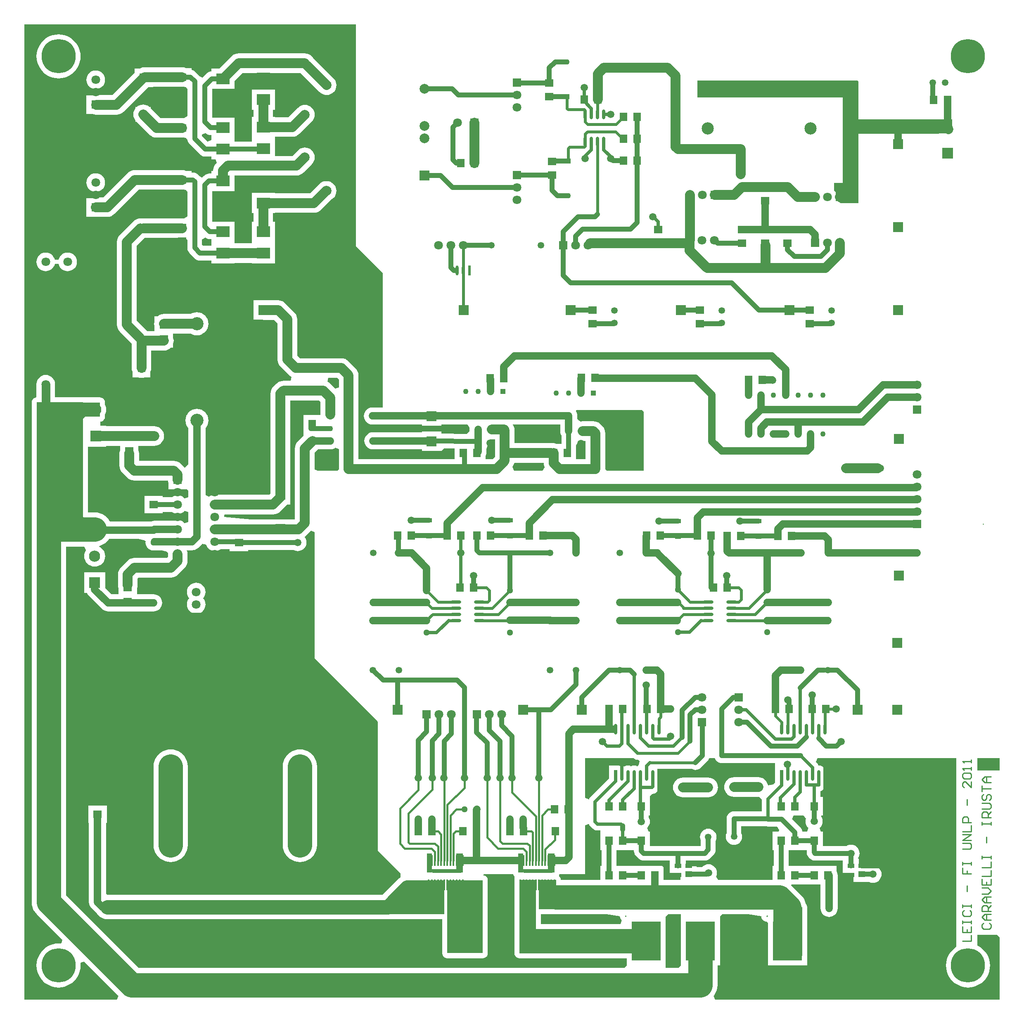
<source format=gtl>
%FSLAX24Y24*%
%MOIN*%
G70*
G01*
G75*
G04 Layer_Physical_Order=1*
G04 Layer_Color=255*
%ADD10O,0.0157X0.0906*%
%ADD11R,0.0157X0.0906*%
%ADD12R,0.0252X0.0850*%
%ADD13O,0.0252X0.0850*%
%ADD14R,0.2362X0.3150*%
%ADD15R,0.1083X0.0850*%
%ADD16R,0.0532X0.0472*%
%ADD17R,0.0532X0.0354*%
%ADD18O,0.0866X0.0236*%
%ADD19R,0.0480X0.0358*%
%ADD20R,0.0630X0.0709*%
%ADD21R,0.0709X0.0630*%
%ADD22O,0.0240X0.0800*%
%ADD23C,0.0394*%
%ADD24C,0.0157*%
%ADD25C,0.1969*%
%ADD26C,0.0787*%
%ADD27C,0.0591*%
%ADD28C,0.0236*%
%ADD29C,0.0252*%
%ADD30C,0.0100*%
%ADD31C,0.0276*%
%ADD32C,0.0315*%
%ADD33C,0.1181*%
%ADD34C,0.0709*%
%ADD35R,0.0409X0.2062*%
%ADD36R,0.0285X0.1791*%
%ADD37R,0.0440X0.1575*%
%ADD38R,0.0571X0.1575*%
%ADD39R,0.2325X0.0197*%
%ADD40R,0.1394X0.0989*%
%ADD41R,0.1334X0.0984*%
%ADD42R,0.2987X0.2760*%
%ADD43R,0.1394X0.1772*%
%ADD44R,0.1334X0.4921*%
%ADD45R,0.2866X0.5906*%
%ADD46R,0.2344X0.3937*%
%ADD47R,0.3733X1.1024*%
%ADD48R,0.1969X0.1181*%
%ADD49R,0.1846X0.1575*%
%ADD50R,0.0709X0.0709*%
%ADD51C,0.0709*%
%ADD52O,0.0236X0.0787*%
%ADD53R,0.0236X0.0787*%
%ADD54C,0.0433*%
%ADD55R,0.0433X0.0433*%
%ADD56R,0.0433X0.0433*%
%ADD57R,0.0787X0.0787*%
%ADD58C,0.0787*%
%ADD59C,0.0866*%
%ADD60R,0.0866X0.0866*%
%ADD61R,0.0866X0.0866*%
%ADD62C,0.1063*%
%ADD63C,0.0532*%
%ADD64C,0.0906*%
%ADD65R,0.0906X0.0906*%
%ADD66R,0.0709X0.0709*%
%ADD67C,0.0512*%
%ADD68R,0.0787X0.0787*%
%ADD69C,0.2756*%
%ADD70C,0.0591*%
%ADD71C,0.0984*%
%ADD72R,0.0984X0.0984*%
%ADD73C,0.0500*%
G36*
X180897Y88915D02*
X180906Y88908D01*
Y78740D01*
X186024Y73622D01*
Y63189D01*
X186024D01*
X187795Y61417D01*
X187845Y61368D01*
X187830Y61053D01*
X187686Y60936D01*
X186744Y59994D01*
X186735Y59990D01*
X186653Y59926D01*
X186590Y59844D01*
X186586Y59835D01*
X186401Y59650D01*
X164173D01*
X164078Y59737D01*
Y65433D01*
X164134D01*
Y66850D01*
X162638D01*
Y65433D01*
X162694D01*
Y59055D01*
X162707Y58920D01*
X162737Y58820D01*
X162746Y58790D01*
X162810Y58670D01*
X162896Y58566D01*
X163290Y58172D01*
X163341Y58130D01*
X163351Y58112D01*
X163474Y57962D01*
X163624Y57839D01*
X163795Y57748D01*
X163980Y57691D01*
X164173Y57672D01*
X186811D01*
X186811Y57672D01*
X186887Y57680D01*
X186933Y57674D01*
X188353D01*
X188386Y57670D01*
X191225D01*
Y54921D01*
X191239Y54818D01*
X191279Y54723D01*
X191342Y54640D01*
X191424Y54577D01*
X191520Y54538D01*
X191622Y54524D01*
X194488D01*
X194591Y54538D01*
X194687Y54577D01*
X194769Y54640D01*
X194832Y54723D01*
X194872Y54818D01*
X194885Y54921D01*
Y60827D01*
X194872Y60930D01*
X194832Y61025D01*
X194769Y61108D01*
X194687Y61171D01*
X194591Y61210D01*
X194488Y61224D01*
X194564Y61299D01*
X196961D01*
X196994Y61219D01*
X197050Y61146D01*
Y60874D01*
X197044Y60827D01*
Y59843D01*
Y54921D01*
X197057Y54818D01*
X197097Y54723D01*
X197160Y54640D01*
X197242Y54577D01*
X197338Y54538D01*
X197441Y54524D01*
X198761D01*
X198772Y54523D01*
X206104D01*
Y53937D01*
D01*
Y53937D01*
X205911Y53744D01*
X166714D01*
X160831Y59628D01*
Y87752D01*
X162323D01*
X162458Y87467D01*
X162453Y87461D01*
X162374Y87314D01*
X162326Y87154D01*
X162309Y86988D01*
X162326Y86822D01*
X162374Y86663D01*
X162453Y86516D01*
X162558Y86387D01*
X162687Y86281D01*
X162834Y86202D01*
X162994Y86154D01*
X163160Y86138D01*
X163326Y86154D01*
X163485Y86202D01*
X163632Y86281D01*
X163761Y86387D01*
X163867Y86516D01*
X163946Y86663D01*
X163994Y86822D01*
X164010Y86988D01*
X163994Y87154D01*
X163946Y87314D01*
X163867Y87461D01*
X163761Y87590D01*
X163632Y87695D01*
X163485Y87774D01*
X163486Y87795D01*
X163587Y87819D01*
X163787Y87902D01*
X163972Y88016D01*
X164137Y88156D01*
X164278Y88321D01*
X164320Y88390D01*
X166679D01*
X167200Y88232D01*
X167268Y88157D01*
X167261Y88083D01*
X167273Y87955D01*
X167310Y87833D01*
X167371Y87720D01*
X167452Y87621D01*
X167551Y87540D01*
X167664Y87480D01*
X167786Y87442D01*
X167913Y87430D01*
X168041Y87442D01*
X168068Y87451D01*
X168577D01*
X168972Y87331D01*
X169075Y87217D01*
X169067Y87143D01*
Y86919D01*
X168983Y86835D01*
X166358D01*
X166204Y86819D01*
X166055Y86774D01*
X165919Y86701D01*
X165799Y86603D01*
X165267Y86071D01*
X165169Y85951D01*
X165096Y85815D01*
X165051Y85666D01*
X165036Y85512D01*
Y84646D01*
X165051Y84491D01*
X165079Y84399D01*
Y83907D01*
X164525D01*
X164006Y84426D01*
Y85689D01*
X162313D01*
Y83996D01*
X162537D01*
X162584Y83909D01*
X162670Y83804D01*
X163749Y82725D01*
X163854Y82639D01*
X163918Y82605D01*
X163974Y82575D01*
X164104Y82535D01*
X164239Y82522D01*
X165945D01*
X165977Y82525D01*
X166010Y82522D01*
X167913D01*
X168048Y82535D01*
X168178Y82575D01*
X168298Y82639D01*
X168403Y82725D01*
X168489Y82830D01*
X168553Y82949D01*
X168592Y83079D01*
X168606Y83214D01*
X168592Y83349D01*
X168553Y83479D01*
X168489Y83599D01*
X168403Y83704D01*
X168298Y83790D01*
X168178Y83854D01*
X168048Y83893D01*
X167913Y83907D01*
X166575D01*
Y84399D01*
X166603Y84491D01*
X166618Y84646D01*
Y85184D01*
X166686Y85252D01*
X169311D01*
X169465Y85267D01*
X169614Y85312D01*
X169751Y85385D01*
X169870Y85484D01*
X170418Y86031D01*
X170517Y86151D01*
X170590Y86288D01*
X170635Y86437D01*
X170650Y86591D01*
Y87143D01*
X170635Y87297D01*
X170590Y87446D01*
X170593Y87451D01*
X171017D01*
X171152Y87464D01*
X171252Y87494D01*
X171282Y87503D01*
X171402Y87567D01*
X171506Y87653D01*
X171842Y87989D01*
X172148Y87913D01*
X172165Y87855D01*
X172235Y87725D01*
X172328Y87611D01*
X172442Y87518D01*
X172572Y87448D01*
X172713Y87406D01*
X172860Y87391D01*
X173006Y87406D01*
X173147Y87448D01*
X173277Y87518D01*
X173316Y87550D01*
X174055D01*
Y87374D01*
X175551D01*
Y87489D01*
X179207D01*
X179294Y87443D01*
X179424Y87404D01*
X179559Y87390D01*
X179694Y87404D01*
X179824Y87443D01*
X179943Y87507D01*
X180048Y87593D01*
X180134Y87698D01*
X180198Y87818D01*
X180238Y87948D01*
X180251Y88083D01*
X180238Y88218D01*
X180198Y88348D01*
X180134Y88467D01*
X180090Y88521D01*
X180166Y88583D01*
X180615Y89032D01*
X180897Y88915D01*
D02*
G37*
G36*
X206728Y70609D02*
X206854Y70557D01*
X206990Y70539D01*
X207049Y70547D01*
X207140Y70428D01*
X207114Y70272D01*
X207082Y70114D01*
X206953Y70028D01*
X206838Y70076D01*
X206703Y70093D01*
X206567Y70076D01*
X206453Y70028D01*
X206338Y70076D01*
X206203Y70093D01*
X206067Y70076D01*
X205941Y70023D01*
X205751Y70050D01*
X205722Y70089D01*
Y70089D01*
X204683D01*
Y69304D01*
X204678Y69270D01*
Y69036D01*
X203173Y67530D01*
X203089Y67422D01*
X203065Y67362D01*
X202984Y67378D01*
X202756Y67473D01*
Y70669D01*
X206649D01*
X206728Y70609D01*
D02*
G37*
G36*
X213231Y70639D02*
X213286Y70536D01*
X213360Y70447D01*
X213450Y70373D01*
X213552Y70318D01*
X213664Y70284D01*
X213780Y70273D01*
X218083D01*
Y70089D01*
X218083D01*
Y69304D01*
X218078Y69270D01*
Y68690D01*
X217923Y68534D01*
X217514Y68494D01*
X217503Y68496D01*
X217459Y68641D01*
X217386Y68778D01*
X217288Y68898D01*
X217168Y68996D01*
X217031Y69070D01*
X216883Y69115D01*
X216728Y69130D01*
X214764D01*
X214609Y69115D01*
X214461Y69070D01*
X214324Y68996D01*
X214204Y68898D01*
X214106Y68778D01*
X214033Y68641D01*
X213988Y68493D01*
X213973Y68339D01*
X213988Y68184D01*
X214033Y68036D01*
X214106Y67899D01*
X214204Y67779D01*
X214324Y67681D01*
X214461Y67608D01*
X214609Y67563D01*
X214764Y67547D01*
X216728D01*
X216762Y67551D01*
X216996Y67339D01*
Y66379D01*
X214764D01*
X214648Y66367D01*
X214537Y66333D01*
X214434Y66279D01*
X214344Y66205D01*
X214270Y66115D01*
X214216Y66012D01*
X214182Y65901D01*
X214170Y65785D01*
Y64627D01*
X214152Y64592D01*
X214114Y64468D01*
X214101Y64339D01*
X214114Y64209D01*
X214152Y64085D01*
X214213Y63970D01*
X214295Y63870D01*
X214396Y63788D01*
X214510Y63726D01*
X214634Y63689D01*
X214764Y63676D01*
X214893Y63689D01*
X215017Y63726D01*
X215132Y63788D01*
X215232Y63870D01*
X215315Y63970D01*
X215376Y64085D01*
X215414Y64209D01*
X215426Y64339D01*
X215414Y64468D01*
X215376Y64592D01*
X215357Y64627D01*
Y65192D01*
X217319D01*
X217404Y65166D01*
X217520Y65155D01*
X218247D01*
X218422Y64893D01*
X218364Y64752D01*
X217878D01*
Y63256D01*
X217993D01*
Y61969D01*
X217878D01*
Y60831D01*
X213521D01*
X213428Y60907D01*
X213312Y61101D01*
X213339Y61152D01*
X213379Y61282D01*
X213392Y61417D01*
X213379Y61552D01*
X213339Y61682D01*
X213275Y61802D01*
X213189Y61907D01*
X213084Y61993D01*
X212965Y62057D01*
X212835Y62096D01*
X212700Y62110D01*
X212565Y62096D01*
X212435Y62057D01*
X212315Y61993D01*
X212210Y61907D01*
X212199Y61893D01*
X211760D01*
Y61929D01*
X210893D01*
Y62399D01*
X212402D01*
X212517Y62410D01*
X212629Y62444D01*
X212731Y62499D01*
X212821Y62573D01*
X213103Y62854D01*
X213177Y62944D01*
X213232Y63047D01*
X213265Y63158D01*
X213277Y63274D01*
X213277Y63274D01*
Y64024D01*
X213296Y64060D01*
X213333Y64184D01*
X213346Y64313D01*
X213333Y64442D01*
X213296Y64567D01*
X213234Y64681D01*
X213152Y64782D01*
X213051Y64864D01*
X212937Y64925D01*
X212813Y64963D01*
X212683Y64976D01*
X212554Y64963D01*
X212430Y64925D01*
X212315Y64864D01*
X212215Y64782D01*
X212132Y64681D01*
X212071Y64567D01*
X212033Y64442D01*
X212021Y64313D01*
X212033Y64184D01*
X212071Y64060D01*
X212090Y64024D01*
Y63586D01*
X207992D01*
Y64752D01*
X207865D01*
X207759Y65048D01*
X207775Y65062D01*
X207861Y65167D01*
X207925Y65286D01*
X207965Y65416D01*
X207978Y65551D01*
X207965Y65686D01*
X207925Y65816D01*
X207879Y65903D01*
Y66038D01*
X207992D01*
Y67534D01*
X207992D01*
Y67628D01*
X208147Y67783D01*
X208214Y67792D01*
X208282Y67801D01*
X208335Y67822D01*
X208409Y67853D01*
X208517Y67936D01*
X208517Y67936D01*
X208517Y67936D01*
X208573Y67993D01*
X208620Y68054D01*
X208657Y68101D01*
X208709Y68227D01*
X208727Y68363D01*
Y69270D01*
Y69569D01*
X208709Y69705D01*
X208774Y69802D01*
X211370D01*
X211429Y69770D01*
X211541Y69736D01*
X211656Y69724D01*
X211772Y69736D01*
X211884Y69770D01*
X211986Y69825D01*
X212076Y69898D01*
X212624Y70447D01*
X212698Y70536D01*
X212753Y70639D01*
X212762Y70669D01*
X213222D01*
X213231Y70639D01*
D02*
G37*
G36*
X181386Y99456D02*
Y98425D01*
X181350Y98386D01*
X180000D01*
Y96890D01*
X180000D01*
X180000Y96670D01*
X179559Y96229D01*
X179460Y96109D01*
X179387Y95972D01*
X179342Y95824D01*
X179327Y95669D01*
Y89982D01*
X179279Y89934D01*
X178937D01*
Y89961D01*
X177362D01*
Y89934D01*
X175731D01*
X173612Y90143D01*
X173597Y90290D01*
X173643Y90352D01*
X177560D01*
X177715Y90367D01*
X177863Y90412D01*
X178000Y90485D01*
X178120Y90583D01*
X178678Y91142D01*
X178937D01*
Y91694D01*
X178941Y91732D01*
Y99560D01*
X181282D01*
X181386Y99456D01*
D02*
G37*
G36*
X199406Y94488D02*
X199421Y94334D01*
X199466Y94185D01*
X199486Y94148D01*
X199324Y93878D01*
X196997D01*
X196863Y94163D01*
X196873Y94176D01*
X196918Y94230D01*
X196991Y94367D01*
X197036Y94515D01*
X197037Y94522D01*
X199406D01*
Y94488D01*
D02*
G37*
G36*
X182870Y95604D02*
Y94023D01*
X182739Y93878D01*
X181122D01*
X181102Y93898D01*
X181102Y93898D01*
X181102Y93898D01*
X180909Y93978D01*
Y95342D01*
X181171Y95603D01*
X182177D01*
X182312Y95616D01*
X182442Y95656D01*
X182562Y95720D01*
X182585Y95739D01*
X182870Y95604D01*
D02*
G37*
G36*
X165197Y95866D02*
Y95522D01*
X165169Y95430D01*
X165154Y95276D01*
Y94291D01*
X165169Y94137D01*
X165214Y93989D01*
X165287Y93852D01*
X165385Y93732D01*
X165799Y93318D01*
X165919Y93220D01*
X166055Y93147D01*
X166204Y93102D01*
X166358Y93087D01*
X169074D01*
X169084Y92989D01*
X169112Y92896D01*
Y92395D01*
X169613D01*
X169705Y92367D01*
X169860Y92352D01*
X170014Y92367D01*
X170106Y92395D01*
X170608D01*
D01*
X170608D01*
X170714Y92288D01*
Y91748D01*
X170418Y91642D01*
X170391Y91674D01*
X170277Y91768D01*
X170147Y91837D01*
X170006Y91880D01*
X169860Y91895D01*
X169713Y91880D01*
X169572Y91837D01*
X169442Y91768D01*
X169402Y91735D01*
X168661D01*
Y91850D01*
X167165D01*
Y90433D01*
X168661D01*
Y90548D01*
X169405D01*
X169442Y90518D01*
X169572Y90448D01*
X169713Y90406D01*
X169860Y90391D01*
X170006Y90406D01*
X170147Y90448D01*
X170277Y90518D01*
X170391Y90611D01*
X170418Y90644D01*
X170714Y90538D01*
Y89748D01*
X170418Y89642D01*
X170391Y89674D01*
X170277Y89768D01*
X170147Y89837D01*
X170006Y89880D01*
X169860Y89895D01*
X169713Y89880D01*
X169572Y89837D01*
X169568Y89835D01*
X167974D01*
X167839Y89822D01*
X167709Y89783D01*
X167695Y89775D01*
X164383D01*
X164278Y89946D01*
X164137Y90111D01*
X163972Y90252D01*
X163787Y90365D01*
X163587Y90448D01*
X163376Y90499D01*
X163160Y90516D01*
X162602D01*
Y95827D01*
X164085D01*
Y95882D01*
X165197D01*
Y95866D01*
D02*
G37*
G36*
X232722Y55440D02*
X232581Y55346D01*
X232406Y55192D01*
X232253Y55018D01*
X232124Y54825D01*
X232021Y54616D01*
X231946Y54397D01*
X231901Y54169D01*
X231886Y53937D01*
X231901Y53705D01*
X231946Y53477D01*
X232021Y53258D01*
X232124Y53049D01*
X232253Y52856D01*
X232406Y52682D01*
X232581Y52528D01*
X232774Y52399D01*
X232982Y52297D01*
X233202Y52222D01*
X233430Y52177D01*
X233661Y52162D01*
X233893Y52177D01*
X234121Y52222D01*
X234341Y52297D01*
X234549Y52399D01*
X234742Y52528D01*
X234917Y52682D01*
X235070Y52856D01*
X235199Y53049D01*
X235302Y53258D01*
X235376Y53477D01*
X235422Y53705D01*
X235437Y53937D01*
X235422Y54169D01*
X235376Y54397D01*
X235302Y54616D01*
X235199Y54825D01*
X235070Y55018D01*
X234917Y55192D01*
X234742Y55346D01*
X234549Y55475D01*
X234417Y55540D01*
Y56396D01*
X235992D01*
Y56396D01*
X235998D01*
X236220Y56173D01*
Y51181D01*
X213238D01*
X213106Y51467D01*
X213177Y51550D01*
X213290Y51735D01*
X213373Y51935D01*
X213424Y52146D01*
X213441Y52362D01*
Y53937D01*
X213633D01*
Y57874D01*
D01*
Y57874D01*
X213826Y58067D01*
X215895D01*
X216967Y57926D01*
X216982Y57810D01*
X217027Y57702D01*
X217098Y57609D01*
X217191Y57538D01*
X217299Y57493D01*
X217414Y57478D01*
X217520Y57386D01*
Y53937D01*
X220669D01*
Y54699D01*
X220673Y54724D01*
Y58661D01*
X220659Y58764D01*
X220619Y58860D01*
X220558Y58940D01*
X220527Y59069D01*
X220444Y59269D01*
X220331Y59454D01*
X220190Y59619D01*
X219383Y60426D01*
X219400Y60473D01*
X220398D01*
Y60473D01*
X220398D01*
X220398Y60473D01*
X220521D01*
Y60473D01*
X221749D01*
Y58661D01*
Y58544D01*
X221762Y58409D01*
X221801Y58279D01*
X221865Y58159D01*
X221951Y58054D01*
X222056Y57968D01*
X222176Y57904D01*
X222306Y57865D01*
X222441Y57852D01*
X222576Y57865D01*
X222706Y57904D01*
X222826Y57968D01*
X222930Y58054D01*
X223017Y58159D01*
X223081Y58279D01*
X223120Y58409D01*
X223133Y58544D01*
Y58661D01*
Y61220D01*
X223120Y61356D01*
X223081Y61485D01*
X223041Y61560D01*
Y61969D01*
X220521D01*
D01*
D01*
X220521Y61969D01*
X220398D01*
Y61969D01*
X219180D01*
Y63256D01*
X220398D01*
Y63256D01*
X220398D01*
X220398Y63256D01*
X220524D01*
D01*
X220639Y63256D01*
Y63070D01*
X220650Y62954D01*
X220684Y62843D01*
X220739Y62740D01*
X220813Y62650D01*
X220891Y62573D01*
X220981Y62499D01*
X221083Y62444D01*
X221194Y62410D01*
X221310Y62399D01*
X223540D01*
Y61417D01*
X224047D01*
X224083Y61406D01*
X224199Y61395D01*
D01*
X224199Y61395D01*
D01*
X224199D01*
X224315Y61406D01*
X224315Y61406D01*
X224406Y61106D01*
Y60669D01*
X225701D01*
X225719Y60660D01*
X225849Y60620D01*
X225984Y60607D01*
X226119Y60620D01*
X226249Y60660D01*
X226369Y60724D01*
X226474Y60810D01*
X226560Y60915D01*
X226624Y61034D01*
X226663Y61164D01*
X226677Y61299D01*
X226663Y61434D01*
X226624Y61564D01*
X226560Y61684D01*
X226474Y61789D01*
X226369Y61875D01*
X226249Y61939D01*
X226119Y61978D01*
X225984Y61992D01*
X225849Y61978D01*
X225719Y61939D01*
X225701Y61929D01*
X224859D01*
Y62559D01*
X224859D01*
X224793Y62616D01*
X224793Y62616D01*
X224852Y62727D01*
X224892Y62857D01*
X224905Y62992D01*
X224892Y63127D01*
X224852Y63257D01*
X224788Y63377D01*
X224702Y63482D01*
X224597Y63568D01*
X224478Y63632D01*
X224348Y63671D01*
X224213Y63684D01*
X224078Y63671D01*
X223948Y63632D01*
X223861Y63586D01*
X221941D01*
Y64752D01*
X221778D01*
X221672Y65048D01*
X221722Y65089D01*
X221808Y65194D01*
X221872Y65314D01*
X221911Y65444D01*
X221925Y65579D01*
X221911Y65714D01*
X221872Y65844D01*
X221826Y65930D01*
Y66038D01*
X221941D01*
Y67534D01*
X221756D01*
Y68007D01*
X221860Y68050D01*
X221968Y68133D01*
X221970Y68136D01*
X221973Y68138D01*
X222057Y68247D01*
X222109Y68373D01*
X222127Y68509D01*
Y69270D01*
Y69569D01*
X222109Y69705D01*
X222057Y69831D01*
X221973Y69940D01*
X221865Y70023D01*
X221738Y70076D01*
X221603Y70093D01*
X221593Y70092D01*
X221557Y70180D01*
X221473Y70289D01*
X221384Y70378D01*
X221504Y70669D01*
X232722D01*
Y55440D01*
D02*
G37*
G36*
X210484Y57874D02*
X210484D01*
Y53937D01*
D01*
Y53937D01*
X210291Y53744D01*
X209253D01*
Y53937D01*
X209253D01*
Y57874D01*
D01*
Y57874D01*
X209446Y58067D01*
X210484D01*
Y57874D01*
D02*
G37*
G36*
X200423Y58067D02*
X204479D01*
X205551Y57926D01*
X205566Y57810D01*
X205611Y57702D01*
X205682Y57609D01*
X205712Y57586D01*
X205611Y57288D01*
X199172D01*
Y58067D01*
X200394D01*
X200400Y58068D01*
X200423Y58067D01*
D02*
G37*
G36*
X203089Y65289D02*
X203173Y65181D01*
X203370Y64984D01*
X203478Y64900D01*
X203515Y64885D01*
X203604Y64848D01*
X203672Y64839D01*
X203740Y64830D01*
X203974D01*
Y64752D01*
X203974D01*
Y63256D01*
X204089D01*
Y61969D01*
X203974D01*
Y60831D01*
X200791D01*
X200777Y60934D01*
X200738Y61030D01*
X200674Y61112D01*
X200644Y61135D01*
X200633Y61219D01*
X200667Y61299D01*
X202756D01*
Y65238D01*
X202984Y65332D01*
X203065Y65348D01*
X203089Y65289D01*
D02*
G37*
G36*
X236220Y69663D02*
X235992D01*
Y69663D01*
X234417D01*
Y70669D01*
X236220D01*
Y69663D01*
D02*
G37*
G36*
X220575Y65785D02*
X220553Y65714D01*
X220540Y65579D01*
X220553Y65444D01*
X220593Y65314D01*
X220657Y65194D01*
X220743Y65089D01*
X220793Y65048D01*
X220687Y64752D01*
X220524D01*
D01*
D01*
X220524Y64752D01*
X220398D01*
Y64752D01*
X220275D01*
X220271Y64793D01*
X220237Y64904D01*
X220183Y65007D01*
X220109Y65097D01*
X219458Y65747D01*
X219579Y66038D01*
X220387D01*
X220575Y65785D01*
D02*
G37*
G36*
X206493Y63256D02*
X206493D01*
X206493Y63256D01*
X206575D01*
D01*
X206690Y63256D01*
Y63189D01*
X206701Y63073D01*
X206735Y62962D01*
X206790Y62859D01*
X206864Y62769D01*
X207061Y62573D01*
X207151Y62499D01*
X207253Y62444D01*
X207365Y62410D01*
X207480Y62399D01*
X209575D01*
Y61417D01*
X210081D01*
X210118Y61406D01*
X210234Y61395D01*
D01*
X210234Y61395D01*
D01*
X210234D01*
X210350Y61406D01*
X210350Y61406D01*
X210441Y61106D01*
Y60831D01*
X209094D01*
Y61968D01*
X206575D01*
Y61968D01*
X206494D01*
X206493Y61969D01*
Y61969D01*
X205276D01*
Y63256D01*
X206493D01*
Y63256D01*
D02*
G37*
G36*
X184252Y112008D02*
X186417Y109843D01*
Y98988D01*
X185582D01*
X185447Y98975D01*
X185317Y98936D01*
X185198Y98872D01*
X185093Y98785D01*
X185006Y98681D01*
X184943Y98561D01*
X184903Y98431D01*
X184890Y98296D01*
X184903Y98161D01*
X184943Y98031D01*
X185006Y97911D01*
X185093Y97806D01*
X185198Y97720D01*
X185317Y97656D01*
X185447Y97617D01*
X185582Y97604D01*
X189567D01*
Y97508D01*
X191142D01*
Y97604D01*
X193196D01*
X193269Y97565D01*
X193427Y97351D01*
X193422Y97332D01*
X193408Y97197D01*
Y97083D01*
X193185Y96861D01*
X191142Y96881D01*
Y97047D01*
X189567D01*
Y96988D01*
X185618D01*
X185483Y96974D01*
X185353Y96935D01*
X185233Y96871D01*
X185129Y96785D01*
X185042Y96680D01*
X184979Y96560D01*
X184939Y96430D01*
X184926Y96295D01*
X184939Y96160D01*
X184979Y96030D01*
X185042Y95911D01*
X185129Y95806D01*
X185233Y95720D01*
X185353Y95656D01*
X185483Y95616D01*
X185618Y95603D01*
X189567D01*
Y95472D01*
X191142D01*
Y95472D01*
X191363Y95692D01*
X192205Y95684D01*
Y94814D01*
X184453D01*
Y101575D01*
X184437Y101729D01*
X184392Y101878D01*
X184319Y102014D01*
X184221Y102134D01*
X183630Y102725D01*
X183510Y102823D01*
X183374Y102896D01*
X183225Y102941D01*
X183071Y102957D01*
X179715D01*
X179504Y103168D01*
Y106102D01*
X179488Y106257D01*
X179443Y106405D01*
X179370Y106542D01*
X179326Y106596D01*
X179272Y106662D01*
X178524Y107410D01*
X178404Y107508D01*
X178267Y107581D01*
X178119Y107626D01*
X177965Y107641D01*
X176766D01*
X176727Y107638D01*
X175979D01*
Y106889D01*
X175975Y106850D01*
X175979Y106811D01*
Y106063D01*
X176727D01*
X176766Y106059D01*
X177637D01*
X177921Y105775D01*
Y102840D01*
X177936Y102686D01*
X177981Y102537D01*
X178054Y102401D01*
X178153Y102281D01*
X178828Y101606D01*
X178948Y101507D01*
X179059Y101448D01*
X178982Y101142D01*
X178395D01*
X178241Y101127D01*
X178092Y101082D01*
X177956Y101009D01*
X177890Y100955D01*
X177836Y100911D01*
X177590Y100665D01*
X177492Y100545D01*
X177419Y100408D01*
X177374Y100260D01*
X177358Y100106D01*
Y92060D01*
X177233Y91934D01*
X172860D01*
X172705Y91919D01*
X172557Y91874D01*
X172420Y91801D01*
X172384Y91771D01*
X172099Y91905D01*
Y95313D01*
Y97325D01*
X172180Y97424D01*
X172266Y97584D01*
X172318Y97759D01*
X172336Y97940D01*
X172318Y98122D01*
X172266Y98296D01*
X172180Y98457D01*
X172064Y98598D01*
X171923Y98713D01*
X171762Y98799D01*
X171588Y98852D01*
X171407Y98870D01*
X171225Y98852D01*
X171051Y98799D01*
X170890Y98713D01*
X170749Y98598D01*
X170634Y98457D01*
X170548Y98296D01*
X170495Y98122D01*
X170477Y97940D01*
X170495Y97759D01*
X170548Y97584D01*
X170634Y97424D01*
X170714Y97325D01*
Y95313D01*
Y95114D01*
Y94367D01*
X170419Y94125D01*
X170107Y94437D01*
X169987Y94536D01*
X169850Y94609D01*
X169702Y94654D01*
X169548Y94669D01*
X166736D01*
Y95276D01*
X166721Y95430D01*
X166693Y95522D01*
Y95866D01*
Y95882D01*
X167967D01*
X168121Y95897D01*
X168269Y95942D01*
X168406Y96015D01*
X168526Y96114D01*
X168625Y96234D01*
X168698Y96370D01*
X168743Y96519D01*
X168758Y96673D01*
X168743Y96828D01*
X168698Y96976D01*
X168625Y97113D01*
X168526Y97233D01*
X168406Y97331D01*
X168269Y97404D01*
X168121Y97449D01*
X167967Y97464D01*
X164085D01*
Y97520D01*
X163624D01*
X163603Y97834D01*
X163685Y97845D01*
X163781Y97884D01*
X163863Y97948D01*
X163927Y98030D01*
X163966Y98126D01*
X163980Y98228D01*
Y98410D01*
X164024Y98493D01*
X164073Y98653D01*
X164089Y98819D01*
X164073Y98985D01*
X164024Y99144D01*
X163980Y99228D01*
Y99409D01*
X163966Y99512D01*
X163927Y99608D01*
X163863Y99690D01*
X163781Y99753D01*
X163685Y99793D01*
X163583Y99807D01*
X162205D01*
X162205Y99807D01*
X159953D01*
Y100859D01*
X159939Y101006D01*
X159896Y101147D01*
X159827Y101277D01*
X159733Y101391D01*
X159619Y101484D01*
X159489Y101554D01*
X159348Y101596D01*
X159202Y101611D01*
X159055Y101596D01*
X158914Y101554D01*
X158784Y101484D01*
X158670Y101391D01*
X158577Y101277D01*
X158507Y101147D01*
X158465Y101006D01*
X158450Y100859D01*
Y99804D01*
X158369Y99793D01*
X158273Y99753D01*
X158191Y99690D01*
X158128Y99608D01*
X158088Y99512D01*
X158074Y99409D01*
Y88484D01*
X158067Y88386D01*
Y59055D01*
X158084Y58839D01*
X158134Y58628D01*
X158217Y58428D01*
X158331Y58243D01*
X158471Y58078D01*
X160532Y56018D01*
X160496Y55840D01*
X160433Y55700D01*
X160236Y55712D01*
X160004Y55697D01*
X159777Y55652D01*
X159557Y55577D01*
X159348Y55475D01*
X159155Y55346D01*
X158981Y55192D01*
X158828Y55018D01*
X158699Y54825D01*
X158596Y54616D01*
X158521Y54397D01*
X158476Y54169D01*
X158461Y53937D01*
X158476Y53705D01*
X158521Y53477D01*
X158596Y53258D01*
X158699Y53049D01*
X158828Y52856D01*
X158981Y52682D01*
X159155Y52528D01*
X159348Y52399D01*
X159557Y52297D01*
X159777Y52222D01*
X160004Y52177D01*
X160236Y52162D01*
X160468Y52177D01*
X160696Y52222D01*
X160916Y52297D01*
X161124Y52399D01*
X161317Y52528D01*
X161492Y52682D01*
X161645Y52856D01*
X161774Y53049D01*
X161877Y53258D01*
X161951Y53477D01*
X161996Y53705D01*
X162012Y53937D01*
X161999Y54134D01*
X162139Y54197D01*
X162317Y54232D01*
X165077Y51472D01*
X164957Y51181D01*
X157480D01*
Y129921D01*
X184252D01*
Y112008D01*
D02*
G37*
G36*
X224803Y125323D02*
Y122244D01*
X232390D01*
Y121199D01*
X231327D01*
Y121063D01*
X224803D01*
Y115491D01*
X223388D01*
X223123Y115633D01*
X223040Y115744D01*
X223067Y115831D01*
X223082Y115982D01*
X223067Y116132D01*
X223023Y116277D01*
X222952Y116410D01*
X222856Y116527D01*
X222835Y116544D01*
Y117126D01*
X223622D01*
Y123622D01*
Y124091D01*
X223547Y124016D01*
X211811D01*
Y125394D01*
X224732D01*
X224803Y125323D01*
D02*
G37*
G36*
X182870Y101247D02*
Y100621D01*
X182579Y100500D01*
X182169Y100911D01*
X182049Y101009D01*
X181938Y101069D01*
X182014Y101374D01*
X182743D01*
X182870Y101247D01*
D02*
G37*
G36*
X200730Y97079D02*
X200744Y96944D01*
X200783Y96814D01*
X200829Y96727D01*
Y96061D01*
X200443D01*
X200351Y96089D01*
X200197Y96105D01*
X200110Y96096D01*
X200022Y96105D01*
X197053D01*
Y97149D01*
X197050Y97179D01*
X197050Y97209D01*
X197042Y97256D01*
X197037Y97303D01*
X197029Y97332D01*
X197023Y97362D01*
X197006Y97406D01*
X196992Y97452D01*
X196978Y97478D01*
X196967Y97506D01*
X196942Y97546D01*
X196919Y97588D01*
X196926Y97604D01*
X200730D01*
Y97079D01*
D02*
G37*
G36*
X207480Y98622D02*
Y93878D01*
X204500D01*
X204368Y94023D01*
Y96924D01*
X204353Y97079D01*
X204308Y97227D01*
X204235Y97364D01*
X204136Y97484D01*
X203982Y97638D01*
X203862Y97737D01*
X203725Y97810D01*
X203577Y97855D01*
X203423Y97870D01*
X202559D01*
X202405Y97855D01*
X202368Y97844D01*
X202153Y98003D01*
X202115Y98074D01*
Y98296D01*
X202102Y98431D01*
X202062Y98561D01*
X201998Y98681D01*
X202039Y98768D01*
X207335D01*
X207480Y98622D01*
D02*
G37*
G36*
X195197Y96406D02*
X195470D01*
Y95329D01*
X195469Y95313D01*
Y94997D01*
X195286Y94814D01*
X194724D01*
Y95104D01*
X194740Y95133D01*
X194780Y95263D01*
X194793Y95398D01*
Y95599D01*
X195042Y96421D01*
X195197Y96406D01*
D02*
G37*
G36*
X202405Y96303D02*
X202559Y96288D01*
X202786D01*
Y94814D01*
X202008D01*
Y95231D01*
X202016Y95313D01*
Y95898D01*
X202245Y96326D01*
X202269Y96344D01*
X202405Y96303D01*
D02*
G37*
%LPC*%
G36*
X169291Y71382D02*
X169075Y71365D01*
X168864Y71315D01*
X168664Y71232D01*
X168479Y71118D01*
X168314Y70977D01*
X168173Y70812D01*
X168060Y70628D01*
X167977Y70427D01*
X167926Y70216D01*
X167909Y70000D01*
Y63661D01*
X167926Y63445D01*
X167977Y63234D01*
X168060Y63034D01*
X168173Y62849D01*
X168314Y62684D01*
X168479Y62543D01*
X168664Y62430D01*
X168864Y62347D01*
X169075Y62296D01*
X169291Y62279D01*
X169508Y62296D01*
X169718Y62347D01*
X169919Y62430D01*
X170104Y62543D01*
X170269Y62684D01*
X170410Y62849D01*
X170523Y63034D01*
X170606Y63234D01*
X170657Y63445D01*
X170674Y63661D01*
Y70000D01*
X170657Y70216D01*
X170606Y70427D01*
X170523Y70628D01*
X170410Y70812D01*
X170269Y70977D01*
X170104Y71118D01*
X169919Y71232D01*
X169718Y71315D01*
X169508Y71365D01*
X169291Y71382D01*
D02*
G37*
G36*
X163239Y117893D02*
X163092Y117879D01*
X162951Y117836D01*
X162821Y117767D01*
X162707Y117673D01*
X162614Y117559D01*
X162544Y117429D01*
X162501Y117288D01*
X162487Y117142D01*
X162501Y116995D01*
X162544Y116854D01*
X162614Y116724D01*
X162707Y116610D01*
X162821Y116517D01*
X162951Y116447D01*
X163092Y116405D01*
X163239Y116390D01*
X163385Y116405D01*
X163526Y116447D01*
X163656Y116517D01*
X163770Y116610D01*
X163864Y116724D01*
X163933Y116854D01*
X163976Y116995D01*
X163990Y117142D01*
X163976Y117288D01*
X163933Y117429D01*
X163864Y117559D01*
X163770Y117673D01*
X163656Y117767D01*
X163526Y117836D01*
X163385Y117879D01*
X163239Y117893D01*
D02*
G37*
G36*
X163239Y126192D02*
X163092Y126177D01*
X162951Y126135D01*
X162821Y126065D01*
X162707Y125972D01*
X162614Y125858D01*
X162544Y125728D01*
X162501Y125587D01*
X162487Y125440D01*
X162501Y125294D01*
X162544Y125153D01*
X162614Y125023D01*
X162707Y124909D01*
X162821Y124815D01*
X162951Y124746D01*
X163092Y124703D01*
X163239Y124689D01*
X163385Y124703D01*
X163526Y124746D01*
X163656Y124815D01*
X163770Y124909D01*
X163864Y125023D01*
X163933Y125153D01*
X163976Y125294D01*
X163990Y125440D01*
X163976Y125587D01*
X163933Y125728D01*
X163864Y125858D01*
X163770Y125972D01*
X163656Y126065D01*
X163526Y126135D01*
X163385Y126177D01*
X163239Y126192D01*
D02*
G37*
G36*
X160236Y129107D02*
X160004Y129091D01*
X159777Y129046D01*
X159557Y128971D01*
X159348Y128869D01*
X159155Y128740D01*
X158981Y128587D01*
X158828Y128412D01*
X158699Y128219D01*
X158596Y128011D01*
X158521Y127791D01*
X158476Y127563D01*
X158461Y127331D01*
X158476Y127099D01*
X158521Y126872D01*
X158596Y126652D01*
X158699Y126443D01*
X158828Y126250D01*
X158981Y126076D01*
X159155Y125923D01*
X159348Y125794D01*
X159557Y125691D01*
X159777Y125616D01*
X160004Y125571D01*
X160236Y125556D01*
X160468Y125571D01*
X160696Y125616D01*
X160916Y125691D01*
X161124Y125794D01*
X161317Y125923D01*
X161492Y126076D01*
X161645Y126250D01*
X161774Y126443D01*
X161877Y126652D01*
X161951Y126872D01*
X161996Y127099D01*
X162012Y127331D01*
X161996Y127563D01*
X161951Y127791D01*
X161877Y128011D01*
X161774Y128219D01*
X161645Y128412D01*
X161492Y128587D01*
X161317Y128740D01*
X161124Y128869D01*
X160916Y128971D01*
X160696Y129046D01*
X160468Y129091D01*
X160236Y129107D01*
D02*
G37*
G36*
X179724Y71382D02*
X179508Y71365D01*
X179297Y71315D01*
X179097Y71232D01*
X178912Y71118D01*
X178747Y70977D01*
X178606Y70812D01*
X178493Y70628D01*
X178410Y70427D01*
X178359Y70216D01*
X178342Y70000D01*
Y63661D01*
X178359Y63445D01*
X178410Y63234D01*
X178493Y63034D01*
X178606Y62849D01*
X178747Y62684D01*
X178912Y62543D01*
X179097Y62430D01*
X179297Y62347D01*
X179508Y62296D01*
X179724Y62279D01*
X179941Y62296D01*
X180152Y62347D01*
X180352Y62430D01*
X180537Y62543D01*
X180702Y62684D01*
X180843Y62849D01*
X180956Y63034D01*
X181039Y63234D01*
X181090Y63445D01*
X181107Y63661D01*
Y70000D01*
X181090Y70216D01*
X181039Y70427D01*
X180956Y70628D01*
X180843Y70812D01*
X180702Y70977D01*
X180537Y71118D01*
X180352Y71232D01*
X180152Y71315D01*
X179941Y71365D01*
X179724Y71382D01*
D02*
G37*
G36*
X160973Y111491D02*
X160827Y111476D01*
X160686Y111434D01*
X160556Y111364D01*
X160442Y111271D01*
X160348Y111157D01*
X160279Y111027D01*
X160245Y110915D01*
X159930D01*
X159896Y111027D01*
X159827Y111157D01*
X159733Y111271D01*
X159619Y111364D01*
X159489Y111434D01*
X159348Y111476D01*
X159202Y111491D01*
X159055Y111476D01*
X158914Y111434D01*
X158784Y111364D01*
X158670Y111271D01*
X158577Y111157D01*
X158507Y111027D01*
X158465Y110886D01*
X158450Y110739D01*
X158465Y110593D01*
X158507Y110452D01*
X158577Y110322D01*
X158670Y110208D01*
X158784Y110114D01*
X158914Y110045D01*
X159055Y110002D01*
X159202Y109988D01*
X159348Y110002D01*
X159489Y110045D01*
X159619Y110114D01*
X159733Y110208D01*
X159827Y110322D01*
X159896Y110452D01*
X159930Y110563D01*
X160245D01*
X160279Y110452D01*
X160348Y110322D01*
X160442Y110208D01*
X160556Y110114D01*
X160686Y110045D01*
X160827Y110002D01*
X160973Y109988D01*
X161120Y110002D01*
X161261Y110045D01*
X161391Y110114D01*
X161505Y110208D01*
X161598Y110322D01*
X161668Y110452D01*
X161711Y110593D01*
X161725Y110739D01*
X161711Y110886D01*
X161668Y111027D01*
X161598Y111157D01*
X161505Y111271D01*
X161391Y111364D01*
X161261Y111434D01*
X161120Y111476D01*
X160973Y111491D01*
D02*
G37*
G36*
X171351Y84838D02*
X171204Y84824D01*
X171063Y84781D01*
X170933Y84712D01*
X170819Y84618D01*
X170726Y84504D01*
X170656Y84374D01*
X170613Y84233D01*
X170599Y84087D01*
X170613Y83940D01*
X170656Y83799D01*
X170726Y83669D01*
X170793Y83587D01*
X170726Y83504D01*
X170656Y83374D01*
X170613Y83233D01*
X170599Y83087D01*
X170613Y82940D01*
X170656Y82799D01*
X170726Y82669D01*
X170819Y82555D01*
X170933Y82462D01*
X171063Y82392D01*
X171204Y82349D01*
X171351Y82335D01*
X171497Y82349D01*
X171638Y82392D01*
X171768Y82462D01*
X171882Y82555D01*
X171976Y82669D01*
X172045Y82799D01*
X172088Y82940D01*
X172102Y83087D01*
X172088Y83233D01*
X172045Y83374D01*
X171976Y83504D01*
X171908Y83587D01*
X171976Y83669D01*
X172045Y83799D01*
X172088Y83940D01*
X172102Y84087D01*
X172088Y84233D01*
X172045Y84374D01*
X171976Y84504D01*
X171882Y84618D01*
X171768Y84712D01*
X171638Y84781D01*
X171497Y84824D01*
X171351Y84838D01*
D02*
G37*
G36*
X212683Y69104D02*
X210633D01*
X210479Y69089D01*
X210331Y69044D01*
X210194Y68971D01*
X210074Y68873D01*
X209975Y68753D01*
X209902Y68616D01*
X209857Y68468D01*
X209842Y68313D01*
X209857Y68159D01*
X209902Y68010D01*
X209975Y67874D01*
X210074Y67754D01*
X210194Y67655D01*
X210331Y67582D01*
X210479Y67537D01*
X210633Y67522D01*
X212683D01*
X212838Y67537D01*
X212986Y67582D01*
X213123Y67655D01*
X213243Y67754D01*
X213341Y67874D01*
X213414Y68010D01*
X213459Y68159D01*
X213475Y68313D01*
X213459Y68468D01*
X213414Y68616D01*
X213341Y68753D01*
X213243Y68873D01*
X213123Y68971D01*
X212986Y69044D01*
X212838Y69089D01*
X212683Y69104D01*
D02*
G37*
G36*
X180118Y127563D02*
X174765D01*
X174610Y127548D01*
X174462Y127503D01*
X174325Y127430D01*
X174271Y127385D01*
X174205Y127331D01*
X173216Y126342D01*
X172581D01*
Y126114D01*
X172495Y126105D01*
X172384Y126071D01*
X172281Y126017D01*
X172191Y125943D01*
X171856Y125607D01*
X171648Y125717D01*
Y125717D01*
X171648Y125717D01*
D01*
X171286Y126079D01*
X171196Y126153D01*
X171093Y126208D01*
X170982Y126241D01*
X170964Y126243D01*
Y126368D01*
X170561D01*
X170519Y126390D01*
X170371Y126435D01*
X170216Y126451D01*
X167165D01*
X167011Y126435D01*
X166863Y126390D01*
X166802Y126358D01*
X166368D01*
Y125981D01*
X164588Y124201D01*
X163269D01*
X163143Y124188D01*
X162491D01*
Y123536D01*
X162478Y123409D01*
X162491Y123283D01*
Y122692D01*
X162941D01*
X162967Y122678D01*
X163115Y122633D01*
X163269Y122618D01*
X164915D01*
X165070Y122633D01*
X165218Y122678D01*
X165355Y122752D01*
X165475Y122850D01*
X167487Y124862D01*
X167864D01*
Y124868D01*
X170216D01*
X170371Y124883D01*
X170382Y124887D01*
X170635Y124699D01*
Y122520D01*
X170382Y122332D01*
X170371Y122335D01*
X170216Y122351D01*
X168477D01*
X167677Y123151D01*
Y123252D01*
X167565D01*
X167507Y123300D01*
X167370Y123373D01*
X167221Y123418D01*
X167067Y123433D01*
X166913Y123418D01*
X166764Y123373D01*
X166627Y123300D01*
X166569Y123252D01*
X166457D01*
Y123140D01*
X166409Y123082D01*
X166336Y122945D01*
X166291Y122796D01*
X166276Y122642D01*
X166291Y122488D01*
X166336Y122339D01*
X166409Y122203D01*
X166457Y122145D01*
Y122032D01*
X166558D01*
X167590Y121000D01*
X167656Y120946D01*
X167710Y120902D01*
X167847Y120828D01*
X167995Y120783D01*
X168150Y120768D01*
X170216D01*
X170371Y120783D01*
X170380Y120786D01*
X170642Y120611D01*
X170646Y120567D01*
X170680Y120455D01*
X170735Y120353D01*
X170809Y120263D01*
X171650Y119421D01*
X171740Y119348D01*
X171843Y119293D01*
X171954Y119259D01*
X172070Y119248D01*
X172581D01*
Y119022D01*
X172897D01*
X173018Y118731D01*
X172957Y118670D01*
X172858Y118550D01*
X172785Y118413D01*
X172740Y118265D01*
X172725Y118110D01*
Y118092D01*
X172581D01*
Y117867D01*
X172391D01*
X172276Y117855D01*
X172164Y117821D01*
X172062Y117767D01*
X171972Y117693D01*
X171818Y117539D01*
X171648Y117643D01*
Y117643D01*
X171648Y117643D01*
X171648Y117643D01*
X171512Y117779D01*
X171422Y117853D01*
X171319Y117908D01*
X171208Y117941D01*
X171092Y117953D01*
X170964D01*
Y118068D01*
X170561D01*
X170519Y118090D01*
X170371Y118135D01*
X170216Y118151D01*
X167116D01*
X167116Y118151D01*
X166385D01*
X166231Y118135D01*
X166083Y118090D01*
X165946Y118017D01*
X165826Y117919D01*
X163857Y115950D01*
X163256D01*
X163101Y115935D01*
X162953Y115890D01*
X162491D01*
Y115349D01*
X162480Y115313D01*
X162464Y115159D01*
X162480Y115004D01*
X162491Y114968D01*
Y114394D01*
X163065D01*
X163101Y114383D01*
X163256Y114367D01*
X164185D01*
X164339Y114383D01*
X164487Y114428D01*
X164624Y114501D01*
X164744Y114599D01*
X166713Y116568D01*
X167520D01*
X167520Y116568D01*
X170216D01*
X170371Y116583D01*
X170382Y116587D01*
X170635Y116399D01*
Y114418D01*
X170382Y114230D01*
X170371Y114234D01*
X170216Y114249D01*
X167067D01*
X166959Y114238D01*
X166851Y114249D01*
X166697Y114234D01*
X166548Y114189D01*
X166412Y114116D01*
X166292Y114017D01*
X165189Y112914D01*
X165090Y112794D01*
X165017Y112658D01*
X164972Y112509D01*
X164957Y112355D01*
Y106850D01*
Y105669D01*
X164972Y105515D01*
X165017Y105367D01*
X165090Y105230D01*
X165189Y105110D01*
X166138Y104160D01*
Y102165D01*
X166153Y102011D01*
X166198Y101863D01*
X166220Y101821D01*
Y101417D01*
X166683D01*
X166775Y101389D01*
X166929Y101374D01*
X167083Y101389D01*
X167176Y101417D01*
X167638D01*
Y101821D01*
X167660Y101863D01*
X167705Y102011D01*
X167720Y102165D01*
Y103579D01*
X168740D01*
X168895Y103594D01*
X169043Y103639D01*
X169180Y103712D01*
X169300Y103811D01*
X169306Y103819D01*
X169488D01*
Y104123D01*
X169516Y104216D01*
X169531Y104370D01*
X169516Y104524D01*
X169488Y104617D01*
Y104921D01*
Y104949D01*
X170924D01*
X171051Y104881D01*
X171225Y104828D01*
X171407Y104810D01*
X171588Y104828D01*
X171762Y104881D01*
X171923Y104967D01*
X172064Y105083D01*
X172180Y105224D01*
X172266Y105384D01*
X172318Y105559D01*
X172336Y105740D01*
X172318Y105922D01*
X172266Y106096D01*
X172180Y106257D01*
X172064Y106398D01*
X171923Y106513D01*
X171762Y106599D01*
X171588Y106652D01*
X171407Y106670D01*
X171225Y106652D01*
X171051Y106599D01*
X170924Y106531D01*
X168740D01*
X168586Y106516D01*
X168437Y106471D01*
X168301Y106398D01*
X168228Y106339D01*
X167992D01*
Y105987D01*
X167964Y105895D01*
X167949Y105740D01*
X167964Y105586D01*
X167992Y105494D01*
Y105161D01*
X167375D01*
X166539Y105997D01*
Y106850D01*
Y112027D01*
X167179Y112667D01*
X170216D01*
X170371Y112682D01*
X170382Y112685D01*
X170635Y112498D01*
Y111866D01*
X170646Y111750D01*
X170680Y111639D01*
X170735Y111536D01*
X170809Y111447D01*
X171234Y111021D01*
X171324Y110948D01*
X171426Y110893D01*
X171538Y110859D01*
X171654Y110848D01*
X172581D01*
Y110622D01*
X174451D01*
Y110650D01*
X175831D01*
Y110622D01*
X177701D01*
Y112132D01*
X177701Y112132D01*
D01*
D01*
X177701Y112260D01*
Y112270D01*
Y112307D01*
X177701Y112354D01*
X177701Y112483D01*
X177701Y112483D01*
X177701D01*
Y113992D01*
X177557D01*
Y114672D01*
X177701D01*
Y114700D01*
X180856D01*
X181010Y114715D01*
X181158Y114760D01*
X181295Y114833D01*
X181415Y114931D01*
X182258Y115774D01*
X182323Y115809D01*
X182443Y115908D01*
X182542Y116028D01*
X182615Y116164D01*
X182660Y116313D01*
X182675Y116467D01*
X182660Y116621D01*
X182615Y116770D01*
X182542Y116907D01*
X182443Y117027D01*
X182323Y117125D01*
X182187Y117198D01*
X182038Y117243D01*
X181884Y117258D01*
X181858Y117256D01*
X181832Y117258D01*
X181677Y117243D01*
X181529Y117198D01*
X181392Y117125D01*
X181272Y117027D01*
X180528Y116282D01*
X177701D01*
Y116310D01*
X175831D01*
Y114672D01*
X175975D01*
Y113992D01*
X175831D01*
Y112483D01*
X175831Y112483D01*
X175831D01*
X175831Y112354D01*
Y112260D01*
X175831D01*
X175831Y112232D01*
X174451D01*
X174451Y112260D01*
D01*
Y112354D01*
X174451D01*
Y113992D01*
X172641D01*
Y116454D01*
X174451D01*
Y117713D01*
X179451D01*
X179605Y117728D01*
X179753Y117773D01*
X179890Y117846D01*
X180010Y117944D01*
X180683Y118618D01*
X180782Y118738D01*
X180855Y118874D01*
X180900Y119023D01*
X180915Y119177D01*
X180900Y119331D01*
X180855Y119480D01*
X180782Y119617D01*
X180683Y119737D01*
X180563Y119835D01*
X180427Y119908D01*
X180278Y119953D01*
X180124Y119968D01*
X179969Y119953D01*
X179821Y119908D01*
X179684Y119835D01*
X179564Y119737D01*
X179123Y119295D01*
X177701D01*
Y120582D01*
X177701Y120582D01*
D01*
D01*
X177701Y120710D01*
X177701Y120804D01*
D01*
X177701D01*
Y120804D01*
D01*
Y120807D01*
X177701Y120832D01*
X179120D01*
X179274Y120847D01*
X179423Y120892D01*
X179559Y120965D01*
X179679Y121064D01*
X180683Y122068D01*
X180737Y122133D01*
X180782Y122188D01*
X180855Y122324D01*
X180900Y122473D01*
X180915Y122627D01*
X180900Y122781D01*
X180855Y122930D01*
X180782Y123067D01*
X180683Y123187D01*
X180563Y123285D01*
X180427Y123358D01*
X180278Y123403D01*
X180124Y123418D01*
X179969Y123403D01*
X179821Y123358D01*
X179684Y123285D01*
X179630Y123241D01*
X179564Y123187D01*
X178792Y122414D01*
X177701D01*
Y122442D01*
X177557D01*
Y123022D01*
X177701D01*
Y124660D01*
X175831D01*
Y123022D01*
X175975D01*
Y122442D01*
X175831D01*
Y120933D01*
X175831Y120933D01*
X175831D01*
X175831Y120804D01*
Y120710D01*
X175831D01*
X175831Y120434D01*
X174451D01*
X174451Y120660D01*
D01*
Y120754D01*
X174451D01*
Y122392D01*
X172641D01*
Y124704D01*
X174451D01*
Y125339D01*
X175092Y125980D01*
X179781D01*
X181324Y124438D01*
X181444Y124339D01*
X181581Y124266D01*
X181729Y124221D01*
X181884Y124206D01*
X182038Y124221D01*
X182187Y124266D01*
X182323Y124339D01*
X182443Y124438D01*
X182542Y124558D01*
X182615Y124694D01*
X182660Y124843D01*
X182675Y124997D01*
X182660Y125151D01*
X182615Y125300D01*
X182542Y125437D01*
X182443Y125557D01*
X180874Y127125D01*
X180781Y127202D01*
X180776Y127211D01*
X180678Y127331D01*
X180558Y127430D01*
X180421Y127503D01*
X180272Y127548D01*
X180118Y127563D01*
D02*
G37*
%LPD*%
G36*
X172127Y112680D02*
X172230Y112625D01*
X172341Y112591D01*
X172457Y112580D01*
X172581D01*
X172581Y112354D01*
X172581D01*
X172581Y112260D01*
D01*
X172581Y112034D01*
X171899D01*
X171822Y112112D01*
Y112562D01*
X172106Y112697D01*
X172127Y112680D01*
D02*
G37*
G36*
X172192Y121080D02*
X172294Y121025D01*
X172405Y120991D01*
X172521Y120980D01*
X172581D01*
X172581Y120754D01*
X172581D01*
X172581Y120660D01*
X172581D01*
Y120580D01*
X172290Y120460D01*
X171822Y120928D01*
Y121015D01*
X172106Y121150D01*
X172192Y121080D01*
D02*
G37*
G54D10*
X192872Y62411D02*
D03*
X192622D02*
D03*
X192372D02*
D03*
X192122D02*
D03*
X191872D02*
D03*
X191622D02*
D03*
X191372D02*
D03*
X191122D02*
D03*
X190872D02*
D03*
X190622D02*
D03*
X190372D02*
D03*
X190122D02*
D03*
X192872Y60443D02*
D03*
X192622D02*
D03*
X192372D02*
D03*
X192122D02*
D03*
X191872D02*
D03*
X191622D02*
D03*
X191372D02*
D03*
X191122D02*
D03*
X190872D02*
D03*
X190622D02*
D03*
X190372D02*
D03*
X200272Y62411D02*
D03*
X200022D02*
D03*
X199772D02*
D03*
X199522D02*
D03*
X199272D02*
D03*
X199022D02*
D03*
X198772D02*
D03*
X198522D02*
D03*
X198272D02*
D03*
X198022D02*
D03*
X197772D02*
D03*
X197522D02*
D03*
X200272Y60443D02*
D03*
X200022D02*
D03*
X199772D02*
D03*
X199522D02*
D03*
X199272D02*
D03*
X199022D02*
D03*
X198772D02*
D03*
X198522D02*
D03*
X198272D02*
D03*
X198022D02*
D03*
X197772D02*
D03*
G54D11*
X190122D02*
D03*
X197522D02*
D03*
G54D12*
X205203Y69270D02*
D03*
X218603D02*
D03*
G54D13*
X205703D02*
D03*
X206203D02*
D03*
X206703D02*
D03*
X207203D02*
D03*
X207703D02*
D03*
X208203D02*
D03*
X208703D02*
D03*
X205203Y72998D02*
D03*
X205703D02*
D03*
X206203D02*
D03*
X206703D02*
D03*
X207203D02*
D03*
X207703D02*
D03*
X208203D02*
D03*
X208703D02*
D03*
X219103Y69270D02*
D03*
X219603D02*
D03*
X220103D02*
D03*
X220603D02*
D03*
X221103D02*
D03*
X221603D02*
D03*
X222103D02*
D03*
X218603Y72998D02*
D03*
X219103D02*
D03*
X219603D02*
D03*
X220103D02*
D03*
X220603D02*
D03*
X221103D02*
D03*
X221603D02*
D03*
X222103D02*
D03*
G54D14*
X212059Y55906D02*
D03*
X207679D02*
D03*
X223474D02*
D03*
X219094D02*
D03*
G54D15*
X176766Y113173D02*
D03*
Y111441D02*
D03*
Y117223D02*
D03*
Y115491D02*
D03*
X173516Y113173D02*
D03*
Y111441D02*
D03*
Y115541D02*
D03*
Y117273D02*
D03*
X176766Y121623D02*
D03*
Y119891D02*
D03*
Y125573D02*
D03*
Y123841D02*
D03*
X173516Y121573D02*
D03*
Y119841D02*
D03*
Y123791D02*
D03*
Y125523D02*
D03*
G54D16*
X211100Y61299D02*
D03*
X225065D02*
D03*
G54D17*
X210234Y61240D02*
D03*
Y61988D02*
D03*
X211100D02*
D03*
X224199Y61240D02*
D03*
Y61988D02*
D03*
X225065D02*
D03*
G54D18*
X194211Y81787D02*
D03*
Y82287D02*
D03*
Y82787D02*
D03*
Y83287D02*
D03*
X192321Y81787D02*
D03*
Y82287D02*
D03*
Y82787D02*
D03*
Y83287D02*
D03*
X214577Y81787D02*
D03*
Y82287D02*
D03*
Y82787D02*
D03*
Y83287D02*
D03*
X212687Y81787D02*
D03*
Y82287D02*
D03*
Y82787D02*
D03*
Y83287D02*
D03*
G54D19*
X190157Y89876D02*
D03*
X190154Y88589D02*
D03*
X196670Y89876D02*
D03*
X196666Y88589D02*
D03*
X210240Y89819D02*
D03*
X210236Y88532D02*
D03*
X216732Y89819D02*
D03*
X216728Y88532D02*
D03*
G54D20*
X202441Y101378D02*
D03*
X203543D02*
D03*
X195078Y101360D02*
D03*
X196180D02*
D03*
X165827Y102165D02*
D03*
X166929D02*
D03*
X193819Y118701D02*
D03*
X192717D02*
D03*
X203779Y123841D02*
D03*
X202677D02*
D03*
X205842Y118898D02*
D03*
X206945D02*
D03*
X189270Y64764D02*
D03*
X190372D02*
D03*
X192725Y88640D02*
D03*
X191622D02*
D03*
X193975Y64764D02*
D03*
X192872D02*
D03*
X196670D02*
D03*
X197772D02*
D03*
X192636Y84430D02*
D03*
X193738D02*
D03*
X199331Y88640D02*
D03*
X198228D02*
D03*
X201436Y64764D02*
D03*
X200333D02*
D03*
X213108Y84430D02*
D03*
X214210D02*
D03*
X212913Y88640D02*
D03*
X211811D02*
D03*
X208386Y64004D02*
D03*
X207283D02*
D03*
X205785Y66786D02*
D03*
X204682D02*
D03*
X205785Y74645D02*
D03*
X204682D02*
D03*
X207756D02*
D03*
X208858D02*
D03*
X208386Y66786D02*
D03*
X207283D02*
D03*
X219409Y88616D02*
D03*
X218307D02*
D03*
X222335Y64004D02*
D03*
X221232D02*
D03*
X219689Y66786D02*
D03*
X218587D02*
D03*
X219213Y74645D02*
D03*
X218110D02*
D03*
X221080D02*
D03*
X222182D02*
D03*
X222335Y66786D02*
D03*
X221232D02*
D03*
X200262Y66535D02*
D03*
X201365D02*
D03*
X206945Y120669D02*
D03*
X205842D02*
D03*
X205842Y122441D02*
D03*
X206945D02*
D03*
X188701Y88640D02*
D03*
X187598D02*
D03*
X195106D02*
D03*
X194004D02*
D03*
X207283Y61220D02*
D03*
X208386D02*
D03*
X204682Y61221D02*
D03*
X205785D02*
D03*
Y64004D02*
D03*
X204682D02*
D03*
X208805Y88640D02*
D03*
X207703D02*
D03*
X221230Y61221D02*
D03*
X222332D02*
D03*
X218587D02*
D03*
X219689D02*
D03*
X219689Y64004D02*
D03*
X218587D02*
D03*
X215313Y88616D02*
D03*
X214210D02*
D03*
X231996Y123822D02*
D03*
X230894D02*
D03*
X195078Y95313D02*
D03*
X196180D02*
D03*
X202441D02*
D03*
X203543D02*
D03*
X179606Y97638D02*
D03*
X180709D02*
D03*
X217047Y101213D02*
D03*
X215945D02*
D03*
X194016Y95313D02*
D03*
X192913D02*
D03*
X201299D02*
D03*
X200197D02*
D03*
G54D21*
X163386Y67244D02*
D03*
Y66142D02*
D03*
X174803Y86980D02*
D03*
Y88083D02*
D03*
X167913Y92244D02*
D03*
Y91142D02*
D03*
X208642Y113331D02*
D03*
Y112229D02*
D03*
X215412Y113331D02*
D03*
Y112229D02*
D03*
X217292Y115687D02*
D03*
Y116790D02*
D03*
X219094Y113331D02*
D03*
Y112229D02*
D03*
X170216Y117359D02*
D03*
Y116257D02*
D03*
Y113504D02*
D03*
Y112402D02*
D03*
Y125659D02*
D03*
Y124557D02*
D03*
Y121559D02*
D03*
Y120457D02*
D03*
X168740Y105630D02*
D03*
Y104528D02*
D03*
X165827Y83328D02*
D03*
Y84430D02*
D03*
X165945Y96575D02*
D03*
Y95472D02*
D03*
X200093Y117757D02*
D03*
Y118860D02*
D03*
X199861Y125193D02*
D03*
Y124091D02*
D03*
X217292Y113331D02*
D03*
Y112229D02*
D03*
X220866Y106843D02*
D03*
Y105740D02*
D03*
X212008Y106862D02*
D03*
Y105760D02*
D03*
X203346Y106862D02*
D03*
Y105760D02*
D03*
G54D22*
X202756Y122638D02*
D03*
X203256D02*
D03*
X203756D02*
D03*
X204256D02*
D03*
Y120438D02*
D03*
X203756D02*
D03*
X203256D02*
D03*
X202756D02*
D03*
G54D23*
X196850Y69094D02*
Y72457D01*
X194832Y69094D02*
Y71900D01*
X196004Y73303D02*
X196850Y72457D01*
X195004Y72909D02*
X195866Y72047D01*
Y69304D02*
Y72047D01*
X193975Y72757D02*
X194832Y71900D01*
X214173Y84430D02*
Y85396D01*
X189270Y69291D02*
Y72125D01*
X190400Y69291D02*
Y72093D01*
X191372Y69291D02*
Y72050D01*
X193004Y69304D02*
Y76376D01*
X207286Y65633D02*
Y66840D01*
X193009Y94023D02*
Y95313D01*
X218618Y65748D02*
X219689Y64677D01*
X217520Y65748D02*
X218618D01*
X214764Y65785D02*
X217520D01*
X214764Y64339D02*
Y65785D01*
X230799Y123916D02*
Y125228D01*
X180615Y97295D02*
X182177D01*
X180709Y97530D02*
Y97638D01*
X205529Y77790D02*
X206366D01*
X199016Y69323D02*
Y74586D01*
X210583Y72354D02*
Y74537D01*
X211656Y70318D02*
X212205Y70866D01*
X219103Y75394D02*
X219213Y75284D01*
Y74645D02*
Y75284D01*
X206366Y77790D02*
X206703Y77453D01*
X212913Y87205D02*
Y88640D01*
X204999Y118898D02*
X205842D01*
X213780Y70866D02*
X220155D01*
X198022Y56656D02*
Y60443D01*
X194211Y87235D02*
X198022D01*
X196670Y84214D02*
Y87214D01*
X198022Y87235D02*
X199916D01*
X221541Y77790D02*
X222056D01*
X220103Y76351D02*
X221541Y77790D01*
X217744Y71654D02*
X219886D01*
X215811Y73586D02*
X217744Y71654D01*
X215157Y73586D02*
X215811D01*
X202016Y76622D02*
Y77790D01*
X199980Y74586D02*
X202016Y76622D01*
X205785Y64903D02*
Y65215D01*
X192157Y110039D02*
X192354D01*
X191905Y110292D02*
X192157Y110039D01*
X191905Y110292D02*
Y112069D01*
X215313Y88616D02*
X218307D01*
X210982Y112258D02*
X211205Y112481D01*
X200498Y116093D02*
X201365D01*
X200093Y116497D02*
X200498Y116093D01*
X200093Y116497D02*
Y117767D01*
X189764Y124707D02*
X192016D01*
X200334Y126886D02*
X201281D01*
X199861Y126413D02*
X200334Y126886D01*
X199861Y125193D02*
Y126413D01*
X223898Y124513D02*
X223945Y124467D01*
X220942Y124513D02*
X223898D01*
X219689Y64004D02*
X221232D01*
X219689Y64173D02*
Y64677D01*
X170216Y125659D02*
X170866D01*
X171228Y125297D01*
Y120682D02*
Y125297D01*
X172070Y119841D02*
X173516D01*
X171228Y120682D02*
X172070Y119841D01*
X173516Y117273D02*
X173572D01*
X172391D02*
X173516D01*
X171654Y111441D02*
X173516D01*
X171228Y111866D02*
X171654Y111441D01*
X171228Y111866D02*
Y117223D01*
X171092Y117359D02*
X171228Y117223D01*
X170216Y117359D02*
X171092D01*
X190354Y96295D02*
X193975Y96260D01*
X194016Y95313D02*
X194101Y95398D01*
X195106Y88640D02*
X198228D01*
X208805D02*
X211811D01*
X201423Y95313D02*
Y97079D01*
X192905Y112069D02*
X195166D01*
X200984Y109646D02*
X201575Y109055D01*
X214567D01*
X200984Y109646D02*
Y112069D01*
X214567Y109055D02*
X216772Y106850D01*
X219255D01*
X220866Y105740D02*
X222579D01*
X219255Y106850D02*
X220859D01*
X212008Y105760D02*
X213740D01*
X210483Y106850D02*
X211996D01*
X203346Y105760D02*
X205078D01*
X201575Y106850D02*
X203335D01*
X210936Y112229D02*
X211192Y112485D01*
X213448Y112229D02*
X215412D01*
X213192Y112485D02*
X213448Y112229D01*
X219647Y111174D02*
X221766D01*
X219094Y111727D02*
X219647Y111174D01*
X219094Y111727D02*
Y112229D01*
X221766Y111174D02*
X222310Y111719D01*
Y112288D01*
X212642Y124513D02*
X220942D01*
X169291Y58661D02*
Y58858D01*
Y70000D02*
Y70276D01*
X163386Y67244D02*
X163465Y67323D01*
X174743Y88143D02*
X174803Y88083D01*
X172860Y88143D02*
X174743D01*
X167913Y91142D02*
X169859D01*
X180315Y126566D02*
Y126575D01*
X180118Y126772D02*
X180315Y126575D01*
X172047Y122047D02*
Y124959D01*
X172611Y125523D02*
X173516D01*
X172047Y124959D02*
X172611Y125523D01*
X172047Y122047D02*
X172521Y121573D01*
X173516D01*
Y119841D02*
X176716D01*
X180124Y122466D02*
Y122627D01*
X167116Y125610D02*
X167165Y125659D01*
X172047Y116929D02*
X172391Y117273D01*
X172047Y113583D02*
Y116929D01*
Y113583D02*
X172457Y113173D01*
X173516D01*
X167913Y88083D02*
X167974Y88143D01*
X201984Y112069D02*
Y112812D01*
X202559Y113386D01*
X206945Y120472D02*
Y122441D01*
Y113906D02*
Y118435D01*
X206424Y113386D02*
X206945Y113906D01*
X202559Y113386D02*
X206424D01*
X206945Y118435D02*
Y120438D01*
Y120472D01*
X206890Y120418D02*
X206945Y120472D01*
X200984Y112069D02*
Y113189D01*
X202165Y114370D01*
X203543D01*
X203756Y114583D01*
X200102Y118878D02*
X201365D01*
X199861Y124091D02*
X201281D01*
X193819Y121968D02*
X193898Y122047D01*
X197244Y117732D02*
X200068D01*
X197263Y125193D02*
X199861D01*
X197244Y125213D02*
X197263Y125193D01*
X191961Y72638D02*
Y74213D01*
X190961Y72654D02*
Y74213D01*
X190400Y72093D02*
X190961Y72654D01*
X189961Y72815D02*
Y74213D01*
X189270Y72125D02*
X189961Y72815D01*
X192412Y76968D02*
X193004Y76376D01*
X185616Y77790D02*
X186437Y76968D01*
X187598Y74586D02*
Y76968D01*
X186437D02*
X187598D01*
X192412D01*
X195004Y72909D02*
Y74213D01*
X187666Y87235D02*
Y88572D01*
X188701Y88640D02*
X190102D01*
X190205D02*
X191622D01*
X196658Y81787D02*
X196670Y81799D01*
X194004Y87442D02*
X194211Y87235D01*
X194004Y87442D02*
Y88640D01*
X204682Y61221D02*
Y64004D01*
X205785Y61221D02*
X207283D01*
X205785Y64004D02*
X207283D01*
Y63189D02*
Y64004D01*
Y63189D02*
X207480Y62992D01*
X210234Y61988D02*
Y62798D01*
X210236Y84268D02*
Y85575D01*
X210177Y81790D02*
X210240Y81853D01*
X210203Y83235D02*
X210236Y83268D01*
X204682Y77790D02*
X205529D01*
X202472Y75580D02*
X204682Y77790D01*
X202472Y74586D02*
Y75580D01*
X218587Y61221D02*
Y64004D01*
X219689Y61221D02*
X221230D01*
X221232Y63070D02*
Y64004D01*
Y63070D02*
X221310Y62992D01*
X224199Y61988D02*
Y62979D01*
X221310Y62992D02*
X224213D01*
X219886Y71654D02*
X220603Y72370D01*
X213780Y70866D02*
Y74645D01*
X214720Y75586D01*
X215157D01*
X222332Y77790D02*
X223125D01*
X224732Y76182D01*
Y74586D02*
Y76182D01*
X229512Y90551D02*
X229528Y90567D01*
X188701Y89876D02*
X190157D01*
X195197D02*
X196654D01*
X208726Y89819D02*
X210240D01*
X215234Y89819D02*
X216732D01*
X212205Y70866D02*
Y73586D01*
X211220Y74174D02*
X211632Y74586D01*
X212192D01*
X211632Y75586D02*
X212192D01*
X211220Y72047D02*
Y74174D01*
X210583Y74537D02*
X211632Y75586D01*
X221603Y72269D02*
X222218Y71654D01*
X223052D01*
X223425Y72027D01*
X193738Y84430D02*
Y85396D01*
X210081Y119999D02*
X210240Y119841D01*
X221080Y74645D02*
Y75765D01*
X207679Y74842D02*
Y76575D01*
X221232Y65579D02*
Y66786D01*
X174803Y88083D02*
X179559D01*
X207480Y62992D02*
X212402D01*
X212683Y63274D01*
Y64313D01*
X189764Y117707D02*
X191070D01*
X191372Y72050D02*
X191961Y72638D01*
X197760Y74586D02*
X199016D01*
X199022D02*
X199980D01*
X193975Y72757D02*
Y74183D01*
X196004Y73303D02*
Y74213D01*
X161811Y90264D02*
Y97933D01*
X162697Y98819D01*
X163239D01*
X192372Y55709D02*
Y60443D01*
X225065Y61988D02*
X228937D01*
X225065Y61299D02*
X225984D01*
X225984Y61299D01*
X211100D02*
X212582D01*
X212700Y61417D01*
X192016Y124707D02*
X192517Y124206D01*
X197244D01*
X191070Y117707D02*
X192044Y116732D01*
X197244D01*
X192081Y121609D02*
X192441Y121968D01*
X212913Y84430D02*
Y87205D01*
X192081Y118974D02*
Y121609D01*
Y118974D02*
X192354Y118701D01*
X192717D01*
X162941Y89134D02*
X162992Y89083D01*
X161811Y90264D02*
X162941Y89134D01*
G54D24*
X196850Y67913D02*
Y69094D01*
X194832Y64266D02*
Y69094D01*
Y64266D02*
X195712Y63386D01*
X196850Y67913D02*
X198772Y65991D01*
X189270Y68098D02*
Y69291D01*
X187795Y66623D02*
X189270Y68098D01*
X193004Y68295D02*
Y69304D01*
X190400Y68156D02*
Y69291D01*
X188471Y66227D02*
X190400Y68156D01*
X188471Y63892D02*
Y66227D01*
X190372Y64764D02*
X190863D01*
X191122Y64505D01*
Y62411D02*
Y64505D01*
X192321Y64764D02*
X192872D01*
X192122Y64565D02*
X192321Y64764D01*
X192122Y62411D02*
Y64565D01*
X197772Y64764D02*
X198425D01*
X198522Y64667D01*
X200310Y64089D02*
Y64764D01*
X199522Y63302D02*
X200310Y64089D01*
X199522Y62411D02*
Y63302D01*
X198522Y62411D02*
Y64667D01*
X188189Y63386D02*
X190354D01*
X187795Y63780D02*
X188189Y63386D01*
X191872Y62411D02*
Y66054D01*
X192354Y66535D01*
X193004D01*
X190872Y62411D02*
Y63530D01*
X190622Y63780D02*
X190872Y63530D01*
X190622Y62411D02*
Y63118D01*
X190354Y63386D02*
X190622Y63118D01*
X188471Y63892D02*
X188583Y63780D01*
X190622D01*
X199272Y62411D02*
Y66046D01*
X199761Y66535D01*
X200262D01*
X198272Y62411D02*
Y63597D01*
X198090Y63780D02*
X198272Y63597D01*
X196075Y63780D02*
X198090D01*
X195866Y63989D02*
X196075Y63780D01*
X198022Y62411D02*
Y63118D01*
X197754Y63386D02*
X198022Y63118D01*
X195712Y63386D02*
X197754D01*
X191622Y62411D02*
Y66913D01*
X195866Y63989D02*
Y69316D01*
X198772Y62411D02*
Y65991D01*
X191622Y66913D02*
X193004Y68295D01*
X191372Y62411D02*
Y69291D01*
X187795Y63780D02*
Y66623D01*
X199016Y74586D02*
X199022D01*
Y62411D02*
Y69316D01*
G54D25*
X166142Y52362D02*
X212059D01*
X159449Y59055D02*
X166142Y52362D01*
X159449Y59055D02*
Y88386D01*
X208386Y59449D02*
X218406D01*
X219213Y57283D02*
Y58642D01*
X218406Y59449D02*
X219213Y58642D01*
X179724Y63661D02*
Y70000D01*
X169291Y63661D02*
Y70000D01*
X200423Y59449D02*
X208071D01*
X198772Y55906D02*
X207679D01*
X212059Y52362D02*
Y55906D01*
X160197Y89134D02*
X162941D01*
X163160D01*
G54D26*
X223945Y121510D02*
X231996D01*
X181609Y100351D02*
X182177Y99783D01*
Y98425D02*
Y99783D01*
X203577Y94023D02*
Y96924D01*
X196261Y94780D02*
Y95313D01*
Y97149D01*
X196260Y94669D02*
Y95313D01*
X195197Y97197D02*
X196101D01*
X196261Y95313D02*
X200022D01*
X196260D02*
X196261D01*
X200197Y94488D02*
X200662Y94023D01*
X203423Y97079D02*
X203577Y96924D01*
X200662Y94023D02*
X203577D01*
X195614D02*
X196260Y94669D01*
X193009Y94023D02*
X195614D01*
X183661D02*
X193009D01*
X183661D02*
Y101575D01*
X232026Y121500D02*
X232069Y121457D01*
X167067Y113458D02*
X170216D01*
X166929Y104370D02*
X168740D01*
X165748Y106850D02*
Y112355D01*
Y105669D02*
Y106850D01*
X193819Y118701D02*
Y121968D01*
X178395Y100351D02*
X181609D01*
X178150Y100106D02*
X178395Y100351D01*
X178150Y91732D02*
Y100106D01*
X178712Y102840D02*
X179387Y102165D01*
X178712Y102840D02*
Y106102D01*
X183071Y102165D02*
X183661Y101575D01*
X179387Y102165D02*
X183071D01*
X199772Y59283D02*
Y60443D01*
X169548Y93878D02*
X169860Y93566D01*
Y93143D02*
Y93566D01*
X167829Y93878D02*
X169548D01*
X211205Y112481D02*
Y116142D01*
X217323Y110236D02*
Y112069D01*
X210039Y119999D02*
Y125787D01*
X209422Y126405D02*
X210039Y125787D01*
X204256Y126405D02*
X209422D01*
X223945Y121510D02*
Y124467D01*
Y116616D02*
Y121510D01*
X167165Y125659D02*
X170216D01*
X173516Y117273D02*
Y118110D01*
X173910Y118504D02*
X174803D01*
X173516Y118110D02*
X173910Y118504D01*
X174803D02*
X179451D01*
X167116Y117359D02*
X170216D01*
X167116Y117359D02*
X167520D01*
X166385D02*
X167116D01*
X165748Y112355D02*
X166851Y113458D01*
X177965Y106850D02*
X178712Y106102D01*
X200197Y94488D02*
Y95313D01*
X196224Y97197D02*
X196261Y97149D01*
X169859Y86591D02*
Y87143D01*
X169311Y86043D02*
X169859Y86591D01*
X167829Y86043D02*
X169311D01*
X166358D02*
X167829D01*
X166358Y93878D02*
X167829D01*
X165945Y94291D02*
X166358Y93878D01*
X165945Y94291D02*
Y95276D01*
X165827Y85512D02*
X166358Y86043D01*
X165827Y84646D02*
Y85512D01*
X166929Y102165D02*
Y104370D01*
X177560Y91143D02*
X178150Y91732D01*
X172860Y91143D02*
X177560D01*
X172860Y89143D02*
X179606D01*
X180118Y89655D01*
Y95669D01*
X180744Y96295D01*
X202559Y97079D02*
X203423D01*
X203145Y112229D02*
X208642D01*
X217323Y110236D02*
X222135D01*
X212598D02*
X217323D01*
X208642Y112229D02*
X210936D01*
X222135Y110236D02*
X223310Y111411D01*
X211192Y111643D02*
X212598Y110236D01*
X223310Y111411D02*
Y112288D01*
X211178Y112258D02*
X211192Y111643D01*
X217292Y116790D02*
X219103D01*
X215412D02*
X217292D01*
X214764Y116142D02*
X215412Y116790D01*
X213205Y116142D02*
X214764D01*
X219103Y116790D02*
X219911Y115982D01*
X221310D01*
X223310D02*
X223945Y116616D01*
X164185Y115159D02*
X166385Y117359D01*
X163256Y115159D02*
X164185D01*
X165748Y105669D02*
X166890Y104528D01*
X168740Y105740D02*
X171407D01*
X180315Y126566D02*
X181884Y124997D01*
X174765Y126772D02*
X180118D01*
X173516Y125523D02*
X174765Y126772D01*
X176766Y121623D02*
Y123841D01*
X179120Y121623D02*
X180124Y122627D01*
X176766Y121623D02*
X179120D01*
X163269Y123409D02*
X164915D01*
X167116Y125610D01*
X167067Y122642D02*
X168150Y121559D01*
X170216D01*
X179451Y118504D02*
X180124Y119177D01*
X173516Y111441D02*
X176766D01*
Y113173D02*
Y115491D01*
X180856D01*
X181832Y116467D01*
X163376Y96673D02*
X167967D01*
X210633Y68313D02*
X212683D01*
X214764Y68339D02*
X216728D01*
X223819Y94094D02*
X226378D01*
X203779Y123841D02*
Y125928D01*
X204256Y126405D01*
X215313Y117827D02*
Y119841D01*
X210240D02*
X215313D01*
X176766Y106850D02*
X177965D01*
X199939Y59449D02*
X200423D01*
X199772Y59283D02*
X199939Y59449D01*
G54D27*
X231996Y121510D02*
Y123822D01*
X201423Y97079D02*
Y98296D01*
X185582D02*
X201423D01*
X179606Y97638D02*
Y98917D01*
X208858Y74645D02*
X209646D01*
X196670Y64764D02*
Y65730D01*
X189270Y65748D02*
X189270Y65748D01*
X189270Y64764D02*
Y65748D01*
X204682Y72998D02*
Y74645D01*
Y72998D02*
X204986D01*
X201785D02*
X204682D01*
X193975Y64764D02*
Y66506D01*
X194004Y66535D01*
X192872Y62411D02*
X197522D01*
X193975Y62441D02*
Y64764D01*
X201168Y62399D02*
X201436Y62666D01*
X192613Y62402D02*
X192622Y62411D01*
X200022D02*
X200035Y62399D01*
X201436Y62666D02*
Y64764D01*
Y72650D02*
X201785Y72998D01*
X218110Y74645D02*
Y77362D01*
X218538Y77790D01*
X220132D01*
X208858Y74645D02*
Y77471D01*
X208540Y77790D02*
X208858Y77471D01*
X207679Y77790D02*
X208540D01*
X222382Y87235D02*
X229528D01*
X222382D02*
Y88314D01*
X222080Y88616D02*
X222382Y88314D01*
X219409Y88616D02*
X222080D01*
X202016Y87235D02*
Y88338D01*
X201715Y88640D02*
X202016Y88338D01*
X199331Y88640D02*
X201715D01*
X217047Y101213D02*
X217850D01*
X217292Y113331D02*
Y115687D01*
X221310Y112288D02*
Y112942D01*
X220920Y113331D02*
X221310Y112942D01*
X219094Y113331D02*
X220920D01*
X217292D02*
X219094D01*
X215412D02*
X217292D01*
X208386Y59449D02*
Y61220D01*
X214370Y87235D02*
X220182D01*
X214210Y87394D02*
X214370Y87235D01*
X214210Y87394D02*
Y88616D01*
X217453Y84268D02*
Y87168D01*
X190372Y64764D02*
Y65730D01*
X197760Y65036D02*
Y65730D01*
X185618Y96295D02*
X190354D01*
X194101Y95398D02*
Y97197D01*
X171407Y88533D02*
Y95313D01*
X171017Y88143D02*
X171407Y88533D01*
X169860Y88143D02*
X171017D01*
X164239Y83214D02*
X165945D01*
X163160Y84293D02*
X164239Y83214D01*
X166010D02*
X167913D01*
X163160Y84293D02*
Y84843D01*
X180744Y96295D02*
X182177D01*
X195101Y100268D02*
Y101276D01*
X202423Y100150D02*
Y101360D01*
X203543Y101360D02*
X211632D01*
X212992Y100000D01*
Y96260D02*
Y100000D01*
Y96260D02*
X213780Y95472D01*
X217815Y103150D02*
X218932Y102033D01*
X225197Y97835D02*
X227181Y99819D01*
X219932Y96850D02*
Y97687D01*
X215932Y96850D02*
Y97819D01*
X216932Y98819D01*
Y99990D01*
X217932Y96850D02*
X218932D01*
X224803Y98819D02*
X226803Y100819D01*
X216932Y98819D02*
X224803D01*
X227181Y99819D02*
X229528D01*
X213780Y95472D02*
X220669D01*
X220932Y95735D01*
Y96850D01*
X218932Y99990D02*
Y102033D01*
X226803Y100819D02*
X229528D01*
X228027Y120257D02*
Y121464D01*
X167974Y89143D02*
X169860D01*
X171407Y95114D02*
Y97940D01*
X167974Y88143D02*
X169860D01*
X185616Y81790D02*
X187716D01*
X185630Y83235D02*
X187666D01*
X187716Y81790D02*
X189951D01*
X187666Y83235D02*
X189940D01*
X189961Y84214D02*
Y86024D01*
X188750Y87235D02*
X189961Y86024D01*
X187666Y87235D02*
X188750D01*
X191622Y88640D02*
Y89654D01*
X199916Y83235D02*
X202016D01*
X196690D02*
X199916D01*
X196670Y81799D02*
X199907D01*
X199916Y81790D02*
X202016D01*
X198228Y88640D02*
Y89654D01*
X205529Y81790D02*
X207679D01*
X210177D01*
X207679Y87375D02*
Y88616D01*
X208624Y87187D02*
X210236Y85575D01*
X207679Y87235D02*
X208576D01*
X205529Y83235D02*
X207679D01*
X210203D01*
X217453Y81790D02*
X222332D01*
X217453Y83235D02*
X222382D01*
X218307Y88616D02*
Y89173D01*
X218701Y89567D01*
X211811Y88640D02*
Y90069D01*
X212294Y90551D01*
X198228Y89654D02*
X200110Y91535D01*
X191622Y89654D02*
X194488Y92520D01*
X229480D01*
X200110Y91535D02*
X229496D01*
X212294Y90551D02*
X229512D01*
X218701Y89567D02*
X229528D01*
X216932Y96850D02*
Y97327D01*
X217423Y97819D01*
X225181D01*
X196180Y101457D02*
Y102283D01*
X197047Y103150D01*
X217815D01*
X163386Y59055D02*
Y66142D01*
Y59055D02*
X163780Y58661D01*
X222441Y58544D02*
Y58661D01*
Y61220D01*
X215932Y99990D02*
Y101199D01*
X200035Y62399D02*
X201168D01*
X201436Y64764D02*
Y72650D01*
X162992Y89083D02*
X167913D01*
G54D28*
X193738Y84430D02*
X194788D01*
X195004Y84214D01*
Y83409D02*
Y84214D01*
X194882Y83287D02*
X195004Y83409D01*
X194211Y83287D02*
X194882D01*
X215157D02*
X215335Y83465D01*
X214577Y83287D02*
X215157D01*
X214210Y84430D02*
X215157D01*
X214173D02*
X214210D01*
X215157D02*
X215335Y84253D01*
Y83465D02*
Y84253D01*
X208858Y74016D02*
Y74645D01*
X208703Y73860D02*
X208858Y74016D01*
X208703Y72998D02*
Y73860D01*
X210236Y71063D02*
X211220Y72047D01*
X206990Y71063D02*
X210236D01*
X207967Y70318D02*
X211656D01*
X196670Y65730D02*
X196670Y65730D01*
X197732Y61614D02*
X200000D01*
X192622D02*
Y62411D01*
X190354Y61614D02*
X192622D01*
X190122Y61846D02*
X190354Y61614D01*
X190122Y61846D02*
Y62411D01*
X222182Y74645D02*
X223004D01*
X222103Y72998D02*
Y74566D01*
X218110Y74079D02*
Y74645D01*
Y74079D02*
X218603Y73586D01*
Y72998D02*
Y73586D01*
X212120Y81787D02*
X212687D01*
X191732D02*
X192321D01*
X202953Y121260D02*
X205203D01*
X202756Y121063D02*
X202953Y121260D01*
X205203D02*
X205842Y120620D01*
X202756Y120438D02*
Y121063D01*
X202953Y121850D02*
X205252D01*
X202756Y122047D02*
X202953Y121850D01*
X205252D02*
X205842Y122441D01*
X192912Y106876D02*
Y110039D01*
X192905Y110046D02*
Y112069D01*
X203756Y114583D02*
Y120276D01*
X202756Y122047D02*
Y122476D01*
X203756Y122638D02*
Y123818D01*
X202756Y122638D02*
Y122952D01*
X202677Y123032D02*
X202756Y122952D01*
X201281Y123122D02*
Y124091D01*
Y123122D02*
X201371Y123032D01*
X202677D01*
X202756Y120079D02*
Y120438D01*
X202677Y119999D02*
X202756Y120079D01*
X201371Y118878D02*
Y119884D01*
X201486Y119999D01*
X202677D01*
X190449Y82287D02*
X192321D01*
X189951Y81790D02*
X189961Y81799D01*
X190449Y82287D01*
X190388Y82787D02*
X192321D01*
X189961Y83214D02*
X190388Y82787D01*
X189940Y83235D02*
X189961Y83214D01*
Y84214D02*
X190888Y83287D01*
X192321D01*
X194211Y81787D02*
X196658D01*
X194211Y82287D02*
X195743D01*
X196670Y83214D01*
X194211Y82787D02*
X195243D01*
X196670Y84214D01*
X210240Y81853D02*
X210671Y82283D01*
X210236Y84268D02*
X211192Y83312D01*
X211217Y83287D02*
X212687D01*
X210675Y82287D02*
X212687D01*
X210675Y82787D02*
X212687D01*
X210236Y83268D02*
X210675Y82829D01*
X214577Y81787D02*
X217323D01*
X214577Y82287D02*
X216472D01*
X217453Y83268D01*
X214577Y82787D02*
X215972D01*
X217453Y84268D01*
X219103Y72998D02*
Y74535D01*
G54D29*
X205703Y72998D02*
Y74504D01*
Y71844D02*
Y72998D01*
X217520Y65785D02*
Y67390D01*
X208203Y72325D02*
Y72998D01*
X207891Y71654D02*
X209883D01*
X210583Y72354D01*
X206203Y71850D02*
X206990Y71063D01*
X207703Y70053D02*
X207967Y70318D01*
X207203Y72325D02*
X207891Y71636D01*
X206703Y72998D02*
Y77453D01*
X210240Y80853D02*
X211186D01*
X212120Y81787D01*
X190744Y80799D02*
X191732Y81787D01*
X189961Y80799D02*
X190744D01*
X217850Y101213D02*
X217882Y101181D01*
X208203Y114370D02*
X208248D01*
X208642Y113976D01*
Y113331D02*
Y113976D01*
X204256Y119792D02*
X204802Y119246D01*
X204256Y119792D02*
Y120438D01*
X204802Y119094D02*
Y119246D01*
Y119094D02*
X204999Y118898D01*
X203256Y119792D02*
Y120438D01*
X202756Y119292D02*
X203256Y119792D01*
X204802Y122642D02*
X204921D01*
X204682D02*
X204802D01*
X204678Y122638D02*
X204682Y122642D01*
X204256Y122638D02*
X204678D01*
X202677Y123841D02*
Y124803D01*
X203256Y122638D02*
Y123122D01*
X202677Y123701D02*
X203256Y123122D01*
X202677Y123701D02*
Y123841D01*
X202423Y96063D02*
X202441Y96045D01*
Y95313D02*
Y96045D01*
X195078Y95313D02*
Y96127D01*
X219103Y69270D02*
Y70172D01*
X219094Y70180D02*
X219103Y70172D01*
X220155Y70866D02*
X221103Y69918D01*
X205703Y70270D02*
X205709Y70276D01*
X205703Y69270D02*
Y70270D01*
X220103Y72998D02*
Y76351D01*
X218099Y72218D02*
X219409D01*
X215730Y74586D02*
X218099Y72218D01*
X215157Y74586D02*
X215730D01*
X220603Y68504D02*
X221597D01*
X206703Y68217D02*
Y69270D01*
X205785Y67299D02*
X206703Y68217D01*
X205785Y66786D02*
Y67299D01*
X205645Y65354D02*
X205785Y65215D01*
X203740Y65354D02*
X205645D01*
X203543Y65551D02*
X203740Y65354D01*
X203543Y65551D02*
Y67160D01*
X219603Y68584D02*
Y69270D01*
X218504Y67486D02*
X219603Y68584D01*
X218504Y66869D02*
Y67486D01*
X220103Y67933D02*
Y69270D01*
X219689Y67520D02*
X220103Y67933D01*
X219689Y66786D02*
Y67520D01*
X221232Y66786D02*
Y68372D01*
X219689Y64004D02*
Y64173D01*
X204682Y66786D02*
Y67281D01*
X206203Y68801D01*
Y69270D01*
X205785Y64004D02*
Y64903D01*
X203543Y67160D02*
X205203Y68819D01*
Y69270D01*
X207703D02*
Y70053D01*
X206203Y71850D02*
Y72998D01*
X207203Y72325D02*
Y72998D01*
X207703D02*
Y74592D01*
X220603Y72370D02*
Y72998D01*
X219409Y72218D02*
X219603Y72411D01*
Y72998D01*
X221103Y69270D02*
Y69918D01*
Y72998D02*
Y74623D01*
X205512Y71654D02*
X205703Y71844D01*
X204507Y71654D02*
X205512D01*
X204134Y72027D02*
X204507Y71654D01*
X221603Y72269D02*
Y72998D01*
X208147Y68307D02*
X208203Y68363D01*
Y69270D01*
X207203Y68307D02*
X208147D01*
X207203Y66867D02*
Y68307D01*
Y69270D01*
X221603Y68509D02*
Y69270D01*
X220603Y68504D02*
Y69270D01*
X217520Y67390D02*
X218603Y68472D01*
Y69270D01*
X192725Y84519D02*
Y88640D01*
X202756Y119094D02*
Y119292D01*
G54D30*
X205999Y57926D02*
X206019Y57946D01*
X217414Y57926D02*
X217434Y57946D01*
X234883Y89572D02*
Y89577D01*
X234908Y57362D02*
X234790Y57244D01*
Y57008D01*
X234908Y56890D01*
X235380D01*
X235499Y57008D01*
Y57244D01*
X235380Y57362D01*
X235499Y57598D02*
X235026D01*
X234790Y57834D01*
X235026Y58070D01*
X235499D01*
X235144D01*
Y57598D01*
X235499Y58307D02*
X234790D01*
Y58661D01*
X234908Y58779D01*
X235144D01*
X235262Y58661D01*
Y58307D01*
Y58543D02*
X235499Y58779D01*
Y59015D02*
X235026D01*
X234790Y59251D01*
X235026Y59487D01*
X235499D01*
X235144D01*
Y59015D01*
X234790Y59723D02*
X235262D01*
X235499Y59960D01*
X235262Y60196D01*
X234790D01*
Y60904D02*
Y60432D01*
X235499D01*
Y60904D01*
X235144Y60432D02*
Y60668D01*
X234790Y61140D02*
X235499D01*
Y61613D01*
X234790Y61849D02*
X235499D01*
Y62321D01*
X234790Y62557D02*
Y62793D01*
Y62675D01*
X235499D01*
Y62557D01*
Y62793D01*
X235144Y63856D02*
Y64328D01*
X234790Y65273D02*
Y65509D01*
Y65391D01*
X235499D01*
Y65273D01*
Y65509D01*
Y65863D02*
X234790D01*
Y66217D01*
X234908Y66336D01*
X235144D01*
X235262Y66217D01*
Y65863D01*
Y66099D02*
X235499Y66336D01*
X234790Y66572D02*
X235380D01*
X235499Y66690D01*
Y66926D01*
X235380Y67044D01*
X234790D01*
X234908Y67752D02*
X234790Y67634D01*
Y67398D01*
X234908Y67280D01*
X235026D01*
X235144Y67398D01*
Y67634D01*
X235262Y67752D01*
X235380D01*
X235499Y67634D01*
Y67398D01*
X235380Y67280D01*
X234790Y67989D02*
Y68461D01*
Y68225D01*
X235499D01*
Y68697D02*
X235026D01*
X234790Y68933D01*
X235026Y69169D01*
X235499D01*
X235144D01*
Y68697D01*
X233215Y55906D02*
X233924D01*
Y56378D01*
X233215Y57086D02*
Y56614D01*
X233924D01*
Y57086D01*
X233570Y56614D02*
Y56850D01*
X233215Y57322D02*
Y57559D01*
Y57440D01*
X233924D01*
Y57322D01*
Y57559D01*
X233333Y58385D02*
X233215Y58267D01*
Y58031D01*
X233333Y57913D01*
X233806D01*
X233924Y58031D01*
Y58267D01*
X233806Y58385D01*
X233215Y58621D02*
Y58857D01*
Y58739D01*
X233924D01*
Y58621D01*
Y58857D01*
X233570Y59920D02*
Y60392D01*
X233215Y61809D02*
Y61337D01*
X233570D01*
Y61573D01*
Y61337D01*
X233924D01*
X233215Y62045D02*
Y62281D01*
Y62163D01*
X233924D01*
Y62045D01*
Y62281D01*
X233215Y63344D02*
X233806D01*
X233924Y63462D01*
Y63698D01*
X233806Y63816D01*
X233215D01*
X233924Y64052D02*
X233215D01*
X233924Y64525D01*
X233215D01*
Y64761D02*
X233924D01*
Y65233D01*
Y65469D02*
X233215D01*
Y65824D01*
X233333Y65942D01*
X233570D01*
X233688Y65824D01*
Y65469D01*
X233570Y66886D02*
Y67358D01*
X233924Y68775D02*
Y68303D01*
X233451Y68775D01*
X233333D01*
X233215Y68657D01*
Y68421D01*
X233333Y68303D01*
Y69012D02*
X233215Y69130D01*
Y69366D01*
X233333Y69484D01*
X233806D01*
X233924Y69366D01*
Y69130D01*
X233806Y69012D01*
X233333D01*
X233924Y69720D02*
Y69956D01*
Y69838D01*
X233215D01*
X233333Y69720D01*
X233924Y70310D02*
Y70546D01*
Y70428D01*
X233215D01*
X233333Y70310D01*
G54D31*
X209538Y72218D02*
X209646Y72325D01*
X208310Y72218D02*
X209538D01*
X208203Y72325D02*
X208310Y72218D01*
G54D32*
X209646Y72325D02*
Y72441D01*
G54D33*
X186811Y58661D02*
X188386Y60236D01*
X179724Y58661D02*
X186811D01*
X169291D02*
X179724D01*
X164173D02*
X169291D01*
G54D34*
X159202Y98763D02*
Y100859D01*
G54D35*
X222178Y69141D02*
D03*
G54D36*
X208716Y68906D02*
D03*
G54D37*
X197558Y62205D02*
D03*
X190180D02*
D03*
G54D38*
X200004D02*
D03*
X192626D02*
D03*
G54D39*
X198940Y61516D02*
D03*
X191563D02*
D03*
G54D40*
X199697Y60337D02*
D03*
G54D41*
X198108Y60335D02*
D03*
G54D42*
X189879Y59447D02*
D03*
G54D43*
X199697Y59350D02*
D03*
G54D44*
X198108Y57382D02*
D03*
G54D45*
X193055Y57874D02*
D03*
G54D46*
X219104Y56693D02*
D03*
G54D47*
X160338Y93898D02*
D03*
G54D48*
X162598Y98819D02*
D03*
G54D49*
X187856Y58858D02*
D03*
G54D50*
X189961Y74213D02*
D03*
X193819Y121968D02*
D03*
X194004Y74213D02*
D03*
X200984Y112069D02*
D03*
X223310Y115982D02*
D03*
X213205Y116142D02*
D03*
X211192Y112485D02*
D03*
X221310Y112288D02*
D03*
X169860Y93143D02*
D03*
G54D51*
X190961Y74213D02*
D03*
X191961D02*
D03*
X167116Y115981D02*
D03*
X192441Y121968D02*
D03*
X167116Y126988D02*
D03*
X229528Y93567D02*
D03*
Y92567D02*
D03*
Y91567D02*
D03*
Y90567D02*
D03*
Y99819D02*
D03*
Y100819D02*
D03*
X195004Y74213D02*
D03*
X196004D02*
D03*
X212192Y74586D02*
D03*
Y75586D02*
D03*
X215157Y74586D02*
D03*
Y73586D02*
D03*
X201984Y112069D02*
D03*
X202984D02*
D03*
X171351Y83087D02*
D03*
Y84087D02*
D03*
X221310Y115982D02*
D03*
X222310D02*
D03*
X211205Y116142D02*
D03*
X212205D02*
D03*
X213192Y112485D02*
D03*
X212192D02*
D03*
X223310Y112288D02*
D03*
X222310D02*
D03*
X163239Y117142D02*
D03*
Y116142D02*
D03*
X163239Y125440D02*
D03*
Y124440D02*
D03*
X169860Y92143D02*
D03*
Y91143D02*
D03*
Y90143D02*
D03*
Y89143D02*
D03*
Y88143D02*
D03*
Y87143D02*
D03*
X172860Y93143D02*
D03*
Y92143D02*
D03*
Y91143D02*
D03*
Y90143D02*
D03*
Y89143D02*
D03*
Y88143D02*
D03*
Y87143D02*
D03*
X192905Y112069D02*
D03*
X191905D02*
D03*
X190905D02*
D03*
X197244Y116732D02*
D03*
Y115732D02*
D03*
Y124213D02*
D03*
Y123213D02*
D03*
X159202Y100859D02*
D03*
Y110739D02*
D03*
X160973D02*
D03*
Y100859D02*
D03*
G54D52*
X192412Y110039D02*
D03*
X192912D02*
D03*
G54D53*
X193412D02*
D03*
G54D54*
X221932Y99990D02*
D03*
X220932D02*
D03*
X219932D02*
D03*
X218932D02*
D03*
X217932D02*
D03*
X216932D02*
D03*
X215932D02*
D03*
X221932Y96850D02*
D03*
X220932D02*
D03*
X219932D02*
D03*
X218932D02*
D03*
X217932D02*
D03*
X216932D02*
D03*
X182177Y98295D02*
D03*
Y97295D02*
D03*
Y96295D02*
D03*
Y95295D02*
D03*
X185583Y98295D02*
D03*
Y97295D02*
D03*
Y96295D02*
D03*
X164606Y104528D02*
D03*
X167067Y111174D02*
D03*
X167067Y120359D02*
D03*
X167829Y83248D02*
D03*
Y96673D02*
D03*
X201365Y116074D02*
D03*
X201281Y126886D02*
D03*
X193101Y97197D02*
D03*
X194101D02*
D03*
X195101D02*
D03*
X196101D02*
D03*
X193101Y100268D02*
D03*
X194101D02*
D03*
X195101D02*
D03*
X202423Y100150D02*
D03*
X201423D02*
D03*
X200423D02*
D03*
X203423Y97079D02*
D03*
X202423D02*
D03*
X201423D02*
D03*
X200423D02*
D03*
G54D55*
X215932Y96850D02*
D03*
X167067Y113458D02*
D03*
X167067Y122642D02*
D03*
X167829Y86043D02*
D03*
Y93878D02*
D03*
X201365Y118869D02*
D03*
X201281Y124091D02*
D03*
X196101Y100268D02*
D03*
X203423Y100150D02*
D03*
G54D56*
X185583Y95295D02*
D03*
X166890Y104528D02*
D03*
G54D57*
X189764Y117707D02*
D03*
X202472Y74586D02*
D03*
X224732Y74586D02*
D03*
X228027Y120257D02*
D03*
X201575Y106850D02*
D03*
X210483Y106850D02*
D03*
X219255Y106850D02*
D03*
X228027D02*
D03*
X165748Y106850D02*
D03*
X176766D02*
D03*
X192938Y106850D02*
D03*
X228027Y113554D02*
D03*
X228111Y68701D02*
D03*
X228064Y96457D02*
D03*
X227953Y74586D02*
D03*
Y79991D02*
D03*
X228064Y85396D02*
D03*
X187598Y74586D02*
D03*
X197760Y74586D02*
D03*
G54D58*
X189764Y120707D02*
D03*
Y121707D02*
D03*
Y124707D02*
D03*
X181884Y116467D02*
D03*
X180124Y119177D02*
D03*
Y122627D02*
D03*
X181884Y124997D02*
D03*
G54D59*
X232026Y121500D02*
D03*
X195872Y55699D02*
D03*
G54D60*
X232016Y119520D02*
D03*
G54D61*
X193892Y55709D02*
D03*
G54D62*
X171407Y105740D02*
D03*
Y97940D02*
D03*
G54D63*
X199166Y112069D02*
D03*
X195166D02*
D03*
X187666Y87235D02*
D03*
Y83235D02*
D03*
X185630D02*
D03*
Y87235D02*
D03*
X185616Y81790D02*
D03*
Y77790D02*
D03*
X187716D02*
D03*
Y81790D02*
D03*
X199916Y87235D02*
D03*
Y83235D02*
D03*
X202016D02*
D03*
Y87235D02*
D03*
Y81790D02*
D03*
Y77790D02*
D03*
X199916D02*
D03*
Y81790D02*
D03*
X207679Y87235D02*
D03*
Y83235D02*
D03*
X205529D02*
D03*
Y87235D02*
D03*
X205529Y81790D02*
D03*
Y77790D02*
D03*
X212683Y68313D02*
D03*
Y64313D02*
D03*
X207679Y77790D02*
D03*
Y81790D02*
D03*
X210583Y64363D02*
D03*
Y68363D02*
D03*
X220182Y87235D02*
D03*
Y83235D02*
D03*
X222382D02*
D03*
Y87235D02*
D03*
X214764Y68339D02*
D03*
Y64339D02*
D03*
X222332Y81790D02*
D03*
Y77790D02*
D03*
X216728Y64339D02*
D03*
Y68339D02*
D03*
X220132Y77790D02*
D03*
Y81790D02*
D03*
X222638Y106799D02*
D03*
Y105799D02*
D03*
X213780Y106799D02*
D03*
Y105799D02*
D03*
X205118Y106799D02*
D03*
Y105799D02*
D03*
X231799Y125228D02*
D03*
X230799D02*
D03*
G54D64*
X163160Y89134D02*
D03*
Y86988D02*
D03*
X163239Y100965D02*
D03*
Y98819D02*
D03*
G54D65*
X163160Y84843D02*
D03*
X163239Y96673D02*
D03*
G54D66*
X167116Y117359D02*
D03*
X167116Y125610D02*
D03*
X229528Y89567D02*
D03*
Y98819D02*
D03*
X212192Y73586D02*
D03*
X215157Y75586D02*
D03*
X171351Y82087D02*
D03*
X163239Y115142D02*
D03*
X163239Y123440D02*
D03*
X197244Y117732D02*
D03*
Y125213D02*
D03*
G54D67*
X167913Y88083D02*
D03*
Y89083D02*
D03*
X189961Y83214D02*
D03*
Y84214D02*
D03*
Y81799D02*
D03*
Y80799D02*
D03*
X196670Y83214D02*
D03*
Y84214D02*
D03*
Y81799D02*
D03*
Y80799D02*
D03*
X210236Y83268D02*
D03*
Y84268D02*
D03*
X210240Y81853D02*
D03*
Y80853D02*
D03*
X217453Y83268D02*
D03*
Y84268D02*
D03*
Y81853D02*
D03*
Y80853D02*
D03*
X194004Y66535D02*
D03*
X193004D02*
D03*
G54D68*
X178150Y89173D02*
D03*
Y91929D02*
D03*
X190354Y96260D02*
D03*
Y98295D02*
D03*
G54D69*
X160236Y53937D02*
D03*
Y127331D02*
D03*
X233661Y127362D02*
D03*
Y53937D02*
D03*
G54D70*
X212992Y70276D02*
D03*
X199000Y69089D02*
D03*
X196850Y69094D02*
D03*
X195866D02*
D03*
X194832D02*
D03*
X193004D02*
D03*
X191339D02*
D03*
X190400D02*
D03*
X189270D02*
D03*
X179559Y88083D02*
D03*
X179606Y98917D02*
D03*
X209646Y74645D02*
D03*
Y72441D02*
D03*
X196670Y65730D02*
D03*
X189270Y65748D02*
D03*
X223004Y74645D02*
D03*
X219103Y75394D02*
D03*
X229528Y87235D02*
D03*
X212913Y87205D02*
D03*
X192717Y87235D02*
D03*
X217882Y101181D02*
D03*
X208203Y114370D02*
D03*
X204802Y119094D02*
D03*
X202756D02*
D03*
X204802Y122642D02*
D03*
X202677Y124803D02*
D03*
X202423Y96063D02*
D03*
X195078Y96127D02*
D03*
X219094Y70180D02*
D03*
X205709Y70276D02*
D03*
X188701Y89876D02*
D03*
X195197D02*
D03*
X208726Y89819D02*
D03*
X215234Y89819D02*
D03*
X204134Y72027D02*
D03*
X223425D02*
D03*
X190372Y65730D02*
D03*
X197760D02*
D03*
X193738Y85396D02*
D03*
X214173D02*
D03*
X223819Y94094D02*
D03*
X226575D02*
D03*
X221080Y75765D02*
D03*
X207679Y76575D02*
D03*
X221232Y65579D02*
D03*
X207286Y65551D02*
D03*
X222441Y58661D02*
D03*
X225984Y61299D02*
D03*
X224213Y62992D02*
D03*
X212700Y61417D02*
D03*
X215551Y54134D02*
D03*
X209252Y62110D02*
D03*
G54D71*
X169291Y75000D02*
D03*
X179724Y63661D02*
D03*
Y75000D02*
D03*
X169291Y63661D02*
D03*
X212642Y121513D02*
D03*
X220942D02*
D03*
G54D72*
X169291Y70000D02*
D03*
X179724Y58661D02*
D03*
Y70000D02*
D03*
X169291Y58661D02*
D03*
X212642Y124513D02*
D03*
X220942D02*
D03*
G54D73*
X215354Y117707D02*
D03*
M02*

</source>
